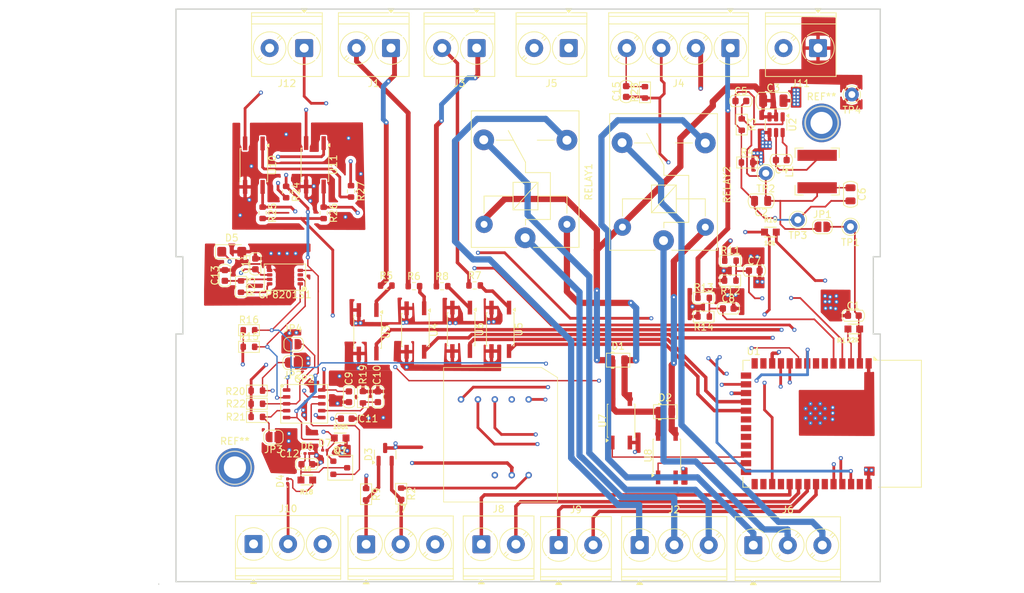
<source format=kicad_pcb>
(kicad_pcb (version 20241229) (generator "pcbnew") (generator_version "9.0")
  (layers (0 "F.Cu" signal) (4 "In1.Cu" signal) (6 "In2.Cu" signal) (2 "B.Cu" signal) (13 "F.Paste" user) (15 "B.Paste" user) (5 "F.SilkS" user "F.Silkscreen") (7 "B.SilkS" user "B.Silkscreen") (1 "F.Mask" user) (3 "B.Mask" user) (25 "Edge.Cuts" user))
  (net 0 "")
  (net 1 "GND")
  (net 2 "+3.3V")
  (net 3 "/BOARD/ANAG_0-32-IN")
  (net 4 "/BOARD/ANAG_0-10-IN")
  (net 5 "/BOARD/IN_mA-ANAG")
  (net 6 "/BOARD/RELAY1_COS")
  (net 7 "/BOARD/RELAY1_NC")
  (net 8 "/BOARD/RELAY1_NO")
  (net 9 "/BOARD/RELAY2_COS")
  (net 10 "/BOARD/RELA2_NO")
  (net 11 "/BOARD/RELAY2_NC")
  (net 12 "/BOARD/RS-485B")
  (net 13 "/BOARD/RS-485A")
  (net 14 "/BOARD/OUT_4-20mA-ANAG")
  (net 15 "/BOARD/IN_NPN2")
  (net 16 "/BOARD/IN_NPN1")
  (net 17 "/BOARD/IN-PNP2")
  (net 18 "/BOARD/IN-PNP1")
  (net 19 "/BOARD/IN_DIGITAL_1")
  (net 20 "VCC")
  (net 21 "Net-(U2-BST)")
  (net 22 "Net-(U2-SW)")
  (net 23 "Net-(R8-Pad2)")
  (net 24 "Net-(R7-Pad2)")
  (net 25 "Net-(U9-B)")
  (net 32 "Net-(R6-Pad2)")
  (net 33 "Net-(R5-Pad2)")
  (net 37 "Net-(U1-EN)")
  (net 39 "/BOARD/OUTPUT_NPN1")
  (net 41 "/BOARD/INPUT_NPN/OUTPUT_NPN1")
  (net 42 "/BOARD/INPUT_PNP/OUTPUT-PNP2")
  (net 44 "/BOARD/INPUT_NPN/OUTPUT_NPN2")
  (net 46 "/BOARD/OUTPUT-PNP1")
  (net 47 "/BOARD/OUTPUT_NPN2")
  (net 49 "Net-(U2-FB)")
  (net 50 "/BOARD/INPUT_PNP/OUTPUT-PNP1")
  (net 51 "Net-(JP1-A)")
  (net 52 "/BOARD/RS485-DRIVER/UART-IN")
  (net 53 "/BOARD/RS485-DRIVER/UART-OUT")
  (net 54 "/BOARD/OUTPUT-PNP2")
  (net 55 "Net-(D2-A)")
  (net 56 "Net-(D1-A)")
  (net 57 "/BOARD/RELAY-SETUP/ACT_RELAY2")
  (net 58 "/BOARD/RELAY-SETUP/ACT_RELAY1")
  (net 59 "Net-(U9-A)")
  (net 60 "/BOARD/RS485-DRIVER/~{TX}{slash}RX")
  (net 62 "/BOARD/~{RUN}{slash}STOP")
  (net 63 "/BOARD/VOLTAGE entrada/ANAG_0-10-OUT")
  (net 64 "/BOARD/VOLTAGE entrada/ANAG_0-32-OUT")
  (net 65 "Net-(GP2-V5V)")
  (net 66 "Net-(GP2-SET)")
  (net 67 "Net-(D4-A)")
  (net 68 "/BOARD/salida mA/SDA_OUT")
  (net 69 "Net-(GP2-A0)")
  (net 70 "i_out")
  (net 71 "Net-(GP2-A1)")
  (net 72 "Net-(GP2-A2)")
  (net 73 "/BOARD/salida mA/SCLK_OUT")
  (net 75 "/ANAG_V-OUT")
  (net 76 "Net-(D7-A2)")
  (net 77 "Net-(D6-A1)")
  (net 78 "Net-(GP8201S1-SEL)")
  (net 79 "/BOARD/ANAG_VOL-OUT")
  (net 80 "Net-(GP8201S1-V5V)")
  (net 82 "/BOARD/IN_DIGITAL_0")
  (net 83 "Net-(R24-Pad2)")
  (net 84 "/BOARD/DIG_IN/OUT_DIGITAL_0")
  (net 85 "/BOARD/DIG_IN/OUT_DIGITAL_1")
  (net 86 "Net-(R27-Pad2)")
  (footprint "PCM_Capacitor_SMD_AKL:C_0603_1608Metric" (layer "F.Cu") (at 167.155202 74.873061 90)
    (property "Reference" "C15")
    (property "Value" "100nF" (hide yes))
  )
  (footprint "PCM_Resistor_SMD_AKL:R_0603_1608Metric" (layer "F.Cu") (at 113.665 120.142)
    (property "Reference" "R22")
    (property "Value" "10k" (hide yes))
  )
  (footprint "PCM_4ms_Resistor:R_0603" (layer "F.Cu") (at 125.73 125.095)
    (property "Reference" "R17")
    (property "Value" "100k")
  )
  (footprint "Package_SO:SO-4_4.4x3.6mm_P2.54mm" (layer "F.Cu") (at 166.4208 122.6054 90)
    (property "Reference" "U7")
    (property "Value" "LTV-357TB")
  )
  (footprint "Diode_SMD:D_SMF" (layer "F.Cu") (at 110.0311 98.0928)
    (property "Reference" "D5")
    (property "Value" "SMF24A")
  )
  (footprint "PCM_Resistor_SMD_AKL:R_0603_1608Metric" (layer "F.Cu") (at 169.8752 74.993 90)
    (property "Reference" "R28")
    (property "Value" "120" (hide yes))
  )
  (footprint "PCM_Resistor_SMD_AKL:R_0603_1608Metric" (layer "F.Cu") (at 129.032 119.189 90)
    (property "Reference" "R19")
    (property "Value" "2.5k" (hide yes))
  )
  (footprint "Connector_Pin:Pin_D1.0mm_L10.0mm" (layer "F.Cu") (at 192.024 93.472)
    (property "Reference" "TP3")
    (property "Value" "TestPoint")
  )
  (footprint "Inductor_SMD:L_Bourns-SRN6028" (layer "F.Cu") (at 194.818 86.4738 -90)
    (property "Reference" "L1")
    (property "Value" "6.8uH")
  )
  (footprint "PCM_Capacitor_SMD_AKL:C_0603_1608Metric" (layer "F.Cu") (at 200.0634 107.3658)
    (property "Reference" "C1")
    (property "Value" "1uF" (hide yes))
  )
  (footprint "Resistor_SMD:R_0603_1608Metric" (layer "F.Cu") (at 117.9068 89.4466 -90)
    (property "Reference" "R24")
    (property "Value" "910")
  )
  (footprint "PCM_Resistor_SMD_AKL:R_0603_1608Metric" (layer "F.Cu") (at 112.522 109.474)
    (property "Reference" "R16")
    (property "Value" "4.7k" (hide yes))
  )
  (footprint "TerminalBlock_Phoenix:TerminalBlock_Phoenix_PT-1,5-2-5.0-H_1x02_P5.00mm_Horizontal" (layer "F.Cu") (at 145.502 68.5775 180)
    (property "Reference" "J3")
    (property "Value" "IN-PNP")
  )
  (footprint "PCM_Capacitor_SMD_AKL:C_0603_1608Metric" (layer "F.Cu") (at 131.191 119.126 90)
    (property "Reference" "C10")
    (property "Value" "220pF" (hide yes))
  )
  (footprint "MountingHole:MountingHole_3.2mm_M3_DIN965_Pad" (layer "F.Cu") (at 195.453 79.4258)
    (property "Reference" "REF**")
    (property "Value" "MountingHole_3.2mm_M3_DIN965_Pad")
  )
  (footprint "Jumper:SolderJumper-2_P1.3mm_Open_RoundedPad1.0x1.5mm" (layer "F.Cu") (at 116.078 124.968 180)
    (property "Reference" "JP3")
    (property "Value" "SolderJumper_2_Open")
  )
  (footprint "PCM_4ms_Resistor:R_0603" (layer "F.Cu") (at 120.904 131.191)
    (property "Reference" "R18")
    (property "Value" "15")
  )
  (footprint "TerminalBlock_Phoenix:TerminalBlock_Phoenix_PT-1,5-3-5.0-H_1x03_P5.00mm_Horizontal" (layer "F.Cu") (at 185.5724 140.6398)
    (property "Reference" "J6")
    (property "Value" "IN-RELAY-2")
  )
  (footprint "PCM_Resistor_SMD_AKL:R_0603_1608Metric" (layer "F.Cu") (at 182.235 102.28 180)
    (property "Reference" "R12")
    (property "Value" "16k" (hide yes))
  )
  (footprint "PCM_Resistor_SMD_AKL:R_0603_1608Metric" (layer "F.Cu") (at 111.3736 103.1528 -90)
    (property "Reference" "R23")
    (property "Value" "10k" (hide yes))
  )
  (footprint "TerminalBlock_Phoenix:TerminalBlock_Phoenix_PT-1,5-2-5.0-H_1x02_P5.00mm_Horizontal" (layer "F.Cu") (at 146.1808 140.5128)
    (property "Reference" "J8")
    (property "Value" "OUT-NPN")
  )
  (footprint "Diode_SMD:D_0201_0603Metric" (layer "F.Cu") (at 118.11 131.354 90)
    (property "Reference" "D4")
    (property "Value" "1N4007")
  )
  (footprint "RF_Module:ESP32-S3-WROOM-1" (layer "F.Cu") (at 197.0152 123.0376 -90)
    (property "Reference" "U1")
    (property "Value" "ESP32-S3-WROOM-1")
  )
  (footprint "Package_SO:SO-4_4.4x3.6mm_P2.54mm" (layer "F.Cu") (at 173.0502 127.66 90)
    (property "Reference" "U8")
    (property "Value" "LTV-357TB")
  )
  (footprint "Resistor_SMD:R_0603_1608Metric" (layer "F.Cu") (at 127.3048 89.345 -90)
    (property "Reference" "R27")
    (property "Value" "910")
  )
  (footprint "Resistor_SMD:R_0603_1608Metric" (layer "F.Cu") (at 123.3424 92.4682 -90)
    (property "Reference" "R26")
    (property "Value" "412")
  )
  (footprint "Connector_Pin:Pin_D1.0mm_L10.0mm" (layer "F.Cu") (at 199.8472 75.311)
    (property "Reference" "TP4")
    (property "Value" "TestPoint")
  )
  (footprint "PCM_Resistor_SMD_AKL:R_0603_1608Metric" (layer "F.Cu") (at 112.522 111.887)
    (property "Reference" "R15")
    (property "Value" "4.7k" (hide yes))
  )
  (footprint "PCM_Capacitor_SMD_AKL:C_0603_1608Metric" (layer "F.Cu") (at 109.0336 101.5378 90)
    (property "Reference" "C13")
    (property "Value" "1uF" (hide yes))
  )
  (footprint "PCM_Capacitor_SMD_AKL:C_0805_2012Metric" (layer "F.Cu") (at 186.7052 90.7288 180)
    (property "Reference" "C2")
    (property "Value" "22uF" (hide yes))
  )
  (footprint "Connector_Pin:Pin_D1.0mm_L10.0mm" (layer "F.Cu") (at 199.644 94.488)
    (property "Reference" "TP1")
    (property "Value" "TestPoint")
  )
  (footprint "Package_SO:SO-4_4.4x3.6mm_P2.54mm" (layer "F.Cu") (at 122.0724 85.4968 -90)
    (property "Reference" "U11")
    (property "Value" "LTV-357TB")
  )
  (footprint "PCM_Diode_SMD_AKL:D_0805_2012Metric" (layer "F.Cu") (at 165.989 113.8174)
    (property "Reference" "D1")
    (property "Value" "CD4148WS" (hide yes))
  )
  (footprint "PCM_Resistor_SMD_AKL:R_0603_1608Metric" (layer "F.Cu") (at 129.4892 133.2484 -90)
    (property "Reference" "R9")
    (property "Value" "120" (hide yes))
  )
  (footprint "Jumper:SolderJumper-2_P1.3mm_Open_RoundedPad1.0x1.5mm" (layer "F.Cu") (at 118.857 114.173 180)
    (property "Reference" "JP2")
    (property "Value" "SolderJumper_2_Open")
  )
  (footprint "PCM_Resistor_SMD_AKL:R_0603_1608Metric" (layer "F.Cu") (at 184.6712 85.1662)
    (property "Reference" "R4")
    (property "Value" "22k" (hide yes))
  )
  (footprint "PCM_Package_SO_AKL:OnSemi_Micro8" (layer "F.Cu") (at 117.7386 101.7778 180)
    (property "Reference" "GP8201S1")
    (property "Value" "~" (hide yes))
  )
  (footprint "PCM_Capacitor_SMD_AKL:C_0805_2012Metric" (layer "F.Cu") (at 199.644 89.7788 -90)
    (property "Reference" "C6")
    (property "Value" "22uF" (hide yes))
  )
  (footprint "PCM_Diode_SMD_AKL:D_0805_2012Metric" (layer "F.Cu") (at 172.8216 121.285)
    (property "Reference" "D2")
    (property "Value" "CD4148WS" (hide yes))
  )
  (footprint "TerminalBlock_Phoenix:TerminalBlock_Phoenix_PT-1,5-3-5.0-H_1x03_P5.00mm_Horizontal" (layer "F.Cu") (at 129.493 140.5128)
    (property "Reference" "J7")
    (property "Value" "RS485")
  )
  (footprint "PCM_Capacitor_SMD_AKL:C_0603_1608Metric" (layer "F.Cu") (at 120.904 128.905)
    (property "Reference" "C12")
    (property "Value" "0.1uF" (hide yes))
  )
  (footprint "Resistor_SMD:R_0603_1608Metric" (layer "F.Cu") (at 132.41 103.01)
    (property "Reference" "R5")
    (property "Value" "910")
  )
  (footprint "PCM_4ms_Resistor:R_0603" (layer "F.Cu") (at 200.1266 109.2962 180)
    (property "Reference" "R1")
    (property "Value" "22K")
  )
  (footprint "Jumper:SolderJumper-2_P1.3mm_Open_RoundedPad1.0x1.5mm" (layer "F.Cu") (at 195.58 94.488)
    (property "Reference" "JP1")
    (property "Value" "SolderJumper_2_Open")
  )
  (footprint "TerminalBlock_Phoenix:TerminalBlock_Phoenix_PT-1,5-3-5.0-H_1x03_P5.00mm_Horizontal" (layer "F.Cu") (at 113.19 140.4645)
    (property "Reference" "J10")
    (property "Value" "OUT-ANALOG")
  )
  (footprint "Resistor_SMD:R_0603_1608Metric" (layer "F.Cu") (at 145.2118 102.9848)
    (property "Reference" "R7")
    (property "Value" "910")
  )
  (footprint "PCM_4ms_Resistor:R_0603" (layer "F.Cu") (at 188.048 95.25 180)
    (property "Reference" "R10")
    (property "Value" "10k")
  )
  (footprint "TerminalBlock_Phoenix:TerminalBlock_Phoenix_PT-1,5-2-5.0-H_1x02_P5.00mm_Horizontal" (layer "F.Cu") (at 133.096 68.58 180)
    (property "Reference" "J1")
    (property "Value" "IN-NPN")
  )
  (footprint "PCM_Resistor_SMD_AKL:R_0603_1608Metric" (layer "F.Cu") (at 113.665 118.237)
    (property "Reference" "R20")
    (property "Value" "10k" (hide yes))
  )
  (footprint "Relay_THT:Relay_SPDT_SANYOU_SRD_Series_Form_C" (layer "F.Cu") (at 152.527 96.0792 90)
    (property "Reference" "RELAY1")
    (property "Value" "SANYOU_SRD_Form_C")
  )
  (footprint "PCM_Capacitor_SMD_AKL:C_0603_1608Metric" (layer "F.Cu") (at 183.769 76.2508)
    (property "Reference" "C5")
    (property "Value" "100PF" (hide yes))
  )
  (footprint "Package_SO:SO-4_4.4x3.6mm_P2.54mm" (layer "F.Cu") (at 113.2332 85.5476 -90)
    (property "Reference" "U10")
    (property "Value" "LTV-357TB")
  )
  (footprint "PCM_Resistor_SMD_AKL:R_0603_1608Metric" (layer "F.Cu") (at 182.255 99.4)
    (property "Reference" "R11")
    (property "Value" "51k" (hide yes))
  )
  (footprint "TerminalBlock_Phoenix:TerminalBlock_Phoenix_PT-1,5-4-5.0-H_1x04_P5.00mm_Horizontal" (layer "F.Cu") (at 182.245 68.58 180)
    (property "Reference" "J4")
    (property "Value" "IN-ANALOG")
  )
  (footprint "PCM_Capacitor_SMD_AKL:C_1206_3216Metric" (layer "F.Cu") (at 188.468 76.2)
    (property "Reference" "C3")
    (property "Value" "10uF" (hide yes))
  )
  (footprint "PCM_Resistor_SMD_AKL:R_0603_1608Metric" (layer "F.Cu") (at 178.38 104.785)
    (property "Reference" "R13")
    (property "Value" "51k" (hide yes))
  )
  (footprint "Resistor_SMD:R_0603_1608Metric" (layer "F.Cu") (at 114.5032 92.456 -90)
    (property "Reference" "R25")
    (property "Value" "412")
  )
  (footprint "Resistor_SMD:R_0603_1608Metric" (layer "F.Cu") (at 136.415 103.09)
    (property "Reference" "R6")
    (property "Value" "910")
  )
  (footprint "Resistor_SMD:R_0603_1608Metric" (layer "F.Cu") (at 140.492 103.0986)
    (property "Reference" "R8")
    (property "Value" "910")
  )
  (footprint "TerminalBlock_Phoenix:TerminalBlock_Phoenix_PT-1,5-2-5.0-H_1x02_P5.00mm_Horizontal" (layer "F.Cu") (at 194.945 68.58 180)
    (property "Reference" "J11")
    (property "Value" "POWER")
  )
  (footprint "PCM_Resistor_SMD_AKL:R_0603_1608Metric" (layer "F.Cu") (at 134.5692 133.1854 -90)
    (property "Reference" "R2")
    (property "Value" "120" (hide yes))
  )
  (footprint "PCM_Package_TO_SOT_SMD_AKL:SOT-23" (layer "F.Cu") (at 125.746 129.413)
    (property "Reference" "Q1")
    (property "Value" "AO3401A" (hide yes))
  )
  (footprint "Jumper:SolderJumper-2_P1.3mm_Open_RoundedPad1.0x1.5mm" (layer "F.Cu") (at 118.984 111.506)
    (property "Reference" "JP4")
    (property "Value" "SolderJumper_2_Open")
  )
  (footprint "Package_TO_SOT_SMD:SOT-23" (layer "F.Cu") (at 132.2476 127.4849 90)
    (property "Reference" "D3")
    (property "Value" "SM712_SOT23")
  )
  (footprint "TerminalBlock_Phoenix:TerminalBlock_Phoenix_PT-1,5-2-5.0-H_1x02_P5.00mm_Horizontal" (layer "F.Cu") (at 158.837 68.5775 180)
    (property "Reference" "J5")
    (property "Value" "IN-DIGITAL")
  )
  (footprint "Relay_THT:Relay_SPDT_SANYOU_SRD_Series_Form_C" (layer "F.Cu") (at 172.5676 96.4856 90)
    (property "Reference" "RELAY2")
    (property "Value" "SANYOU_SRD_Form_C")
  )
  (footprint "PCM_Resistor_SMD_AKL:R_0603_1608Metric" (layer "F.Cu") (at 113.665 122.047)
    (property "Reference" "R21")
    (property "Value" "10k" (hide yes))
  )
  (footprint "Package_TO_SOT_SMD:TSOT-23-6" (layer "F.Cu") (at 188.8689 79.69 -90)
    (property "Reference" "U2")
    (property "Value" "AP63200WU")
  )
  (footprint "PCM_Capacitor_SMD_AKL:C_0603_1608Metric" (layer "F.Cu") (at 127 119.126 -90)
    (property "Reference" "C9")
    (property "Value" "1uF" (hide yes))
  )
  (footprint "TerminalBlock_Phoenix:TerminalBlock_Phoenix_PT-1,5-2-5.0-H_1x02_P5.00mm_Horizontal" (layer "F.Cu") (at 157.3822 140.6144)
    (property "Reference" "J9")
    (property "Value" "OUT-PNP")
  )
  (footprint "PCM_Capacitor_SMD_AKL:C_0603_1608Metric" (layer "F.Cu") (at 185.715 100.84)
    (property "Reference" "C7")
    (property "Value" "100nF" (hide yes))
  )
  (footprint "TerminalBlock_Phoenix:TerminalBlock_Phoenix_PT-1,5-2-5.0-H_1x02_P5.00mm_Horizontal" (layer "F.Cu") (at 120.523 68.58 180)
    (property "Reference" "J12")
    (property "Value" "IN-RUN/STOP")
  )
  (footprint "Package_SO:SO-4_4.4x3.6mm_P2.54mm" (layer "F.Cu") (at 143.256 109.3474 -90)
    (property "Reference" "U6")
    (property "Value" "LTV-357TB")
  )
  (footprint "Diode_SMD:D_0201_0603Metric" (layer "F.Cu") (at 120.9675 127.34)
    (property "Reference" "D6")
    (property "Value" "SMF24A")
  )
  (footprint "PCM_Resistor_SMD_AKL:R_0603_1608Metric" (layer "F.Cu") (at 178.38 107.505 180)
    (property "Reference" "R14")
    (property "Value" "16k" (hide yes))
  )
  (footprint "PCM_Capacitor_SMD_AKL:C_0603_1608Metric" (layer "F.Cu") (at 189.624 84.8106 180)
    (property "Reference" "C4")
    (property "Value" "100nF" (hide yes))
  )
  (footprint "Diode_SMD:D_0201_0603Metric" (layer "F.Cu") (at 123.52 126.87)
    (property "Reference" "D7")
    (property "Value" "SMF24A")
  )
  (footprint "TerminalBlock_Phoenix:TerminalBlock_Phoenix_PT-1,5-3-5.0-H_1x03_P5.00mm_Horizontal" (layer "F.Cu") (at 169.117 140.6144)
    (property "Reference" "J2")
    (property "Value" "IN-RELAY-1")
  )
  (footprint "PCM_Capacitor_SMD_AKL:C_0603_1608Metric" (layer "F.Cu") (at 113.4536 99.8678 90)
    (property "Reference" "C14")
    (property "Value" "100nF" (hide yes))
  )
  (footprint "PCM_Resistor_SMD_AKL:R_0603_1608Metric" (layer "F.Cu") (at 183.896 79.6676 -90)
    (property "Reference" "R3")
    (property "Value" "22k" (hide yes))
  )
  (footprint "Package_SO:SO-4_4.4x3.6mm_P2.54mm" (layer "F.Cu") (at 136.6266 109.4486 -90)
    (property "Reference" "U4")
    (property "Value" "LTV-357TB")
  )
  (footprint "PCM_Capacitor_SMD_AKL:C_0603_1608Metric" (layer "F.Cu") (at 181.94 106.33)
    (property "Reference" "C8")
    (property "Value" "100nF" (hide yes))
  )
  (footprint "PCM_Package_SO_AKL:SSOP-10_3.9x4.9mm_P1.00mm" (layer "F.Cu") (at 120.523 120.142)
    (property "Reference" "GP2")
    (property "Value" "~" (hide yes))
  )
  (footprint "MountingHole:MountingHole_3.2mm_M3_DIN965_Pad" (layer "F.Cu") (at 110.49 129.3622)
    (property "Reference" "REF**")
    (property "Value" "MountingHole_3.2mm_M3_DIN965_Pad")
  )
  (footprint "Connector_Pin:Pin_D1.0mm_L10.0mm" (layer "F.Cu") (at 187.3758 86.7156)
    (property "Reference" "TP2")
    (property "Value" "TestPoint")
  )
  (footprint "RSM3485ECHT:RSM3485ECHT" (layer "F.Cu") (at 140.715 124.627 -90)
    (property "Reference" "U9" (hide yes))
    (property "Value" "~")
  )
  (footprint "Package_SO:SO-4_4.4x3.6mm_P2.54mm" (layer "F.Cu") (at 148.9202 109.347 -90)
    (property "Reference" "U5")
    (property "Value" "LTV-357TB")
  )
  (footprint "Package_SO:SO-4_4.4x3.6mm_P2.54mm" (layer "F.Cu") (at 129.7115 109.7026 -90)
    (property "Reference" "U3")
    (property "Value" "LTV-357TB")
  )
  (footprint "PCM_Capacitor_SMD_AKL:C_0603_1608Metric" (layer "F.Cu") (at 126.619 122.301)
    (property "Reference" "C11")
    (property "Value" "1uF" (hide yes))
  )
  (gr_line (start 102.953 106.9258) (end 102.953 101.9258) (stroke (width 0.2)) (layer "Edge.Cuts"))
  (gr_line (start 99.453006 146.275783) (end 99.453 146.275783) (stroke (width 0.2)) (layer "Edge.Cuts"))
  (gr_circle (center 195.453 79.4258) (end 195.453 80.8258) (stroke (width 0.2)) (fill no) (layer "Edge.Cuts"))
  (gr_line (start 102.953 110.0258) (end 102.953 106.9258) (stroke (width 0.2)) (layer "Edge.Cuts"))
  (gr_line (start 202.953 110.0258) (end 202.953 106.9258) (stroke (width 0.2)) (layer "Edge.Cuts"))
  (gr_line (start 202.953 101.9258) (end 202.953 98.8258) (stroke (width 0.2)) (layer "Edge.Cuts"))
  (gr_line (start 202.953 106.9258) (end 202.953 101.9258) (stroke (width 0.2)) (layer "Edge.Cuts"))
  (gr_line (start 203.953 145.9258) (end 203.953 110.0258) (stroke (width 0.2)) (layer "Edge.Cuts"))
  (gr_line (start 101.953 62.9258) (end 101.953 98.8258) (stroke (width 0.2)) (layer "Edge.Cuts"))
  (gr_circle (center 110.452999 129.4258) (end 110.452999 130.8258) (stroke (width 0.2)) (fill no) (layer "Edge.Cuts"))
  (gr_line (start 102.953 98.8258) (end 101.953 98.8258) (stroke (width 0.2)) (layer "Edge.Cuts"))
  (gr_line (start 202.953 98.8258) (end 203.953 98.8258) (stroke (width 0.2)) (layer "Edge.Cuts"))
  (gr_line (start 101.953 110.0258) (end 101.953 145.9258) (stroke (width 0.2)) (layer "Edge.Cuts"))
  (gr_line (start 203.953 110.0258) (end 202.953 110.0258) (stroke (width 0.2)) (layer "Edge.Cuts"))
  (gr_line (start 203.953 62.9258) (end 101.953 62.9258) (stroke (width 0.2)) (layer "Edge.Cuts"))
  (gr_line (start 102.953 101.9258) (end 102.953 98.8258) (stroke (width 0.2)) (layer "Edge.Cuts"))
  (gr_circle (center 195.5 79.4) (end 195.5 81.8) (stroke (width 0.2)) (fill no) (layer "Edge.Cuts"))
  (gr_circle (center 195.453 79.4258) (end 195.453 81.8258) (stroke (width 0.2)) (fill no) (layer "Edge.Cuts"))
  (gr_line (start 203.953 98.8258) (end 203.953 62.9258) (stroke (width 0.2)) (layer "Edge.Cuts"))
  (gr_line (start 101.953 145.9258) (end 203.953 145.9258) (stroke (width 0.2)) (layer "Edge.Cuts"))
  (gr_circle (center 110.452999 129.4258) (end 110.452999 131.8258) (stroke (width 0.2)) (fill no) (layer "Edge.Cuts"))
  (gr_circle (center 195.5 79.4) (end 195.5 80.8) (stroke (width 0.2)) (fill no) (layer "Edge.Cuts"))
  (gr_line (start 101.953 110.0258) (end 102.953 110.0258) (stroke (width 0.2)) (layer "Edge.Cuts"))
  (segment (start 132.2476 126.5474) (end 133.6502 126.5474) (width 0.5) (layer "F.Cu") (net 1))
  (segment (start 115.1636 99.8728) (end 115.1636 100.4528) (width 0.25) (layer "F.Cu") (net 1))
  (segment (start 185.8214 85.4914) (end 185.4962 85.1662) (width 0.2) (layer "F.Cu") (net 1))
  (segment (start 122.562 122.142) (end 123.073 122.142) (width 0.4) (layer "F.Cu") (net 1))
  (segment (start 122.2 121.78) (end 122.562 122.142) (width 0.4) (layer "F.Cu") (net 1))
  (segment (start 133.7564 126.4412) (end 137.5156 126.4412) (width 0.5) (layer "F.Cu") (net 1))
  (segment (start 109.0336 100.7628) (end 110.3136 100.7628) (width 0.25) (layer "F.Cu") (net 1))
  (segment (start 169.8752 74.168) (end 167.225141 74.168) (width 0.2) (layer "F.Cu") (net 1))
  (segment (start 167.155202 68.669798) (end 167.245 68.58) (width 0.2) (layer "F.Cu") (net 1))
  (segment (start 121.285 128.511) (end 121.679 128.905) (width 0.2) (layer "F.Cu") (net 1))
  (segment (start 133.6502 126.5474) (end 133.7564 126.4412) (width 0.5) (layer "F.Cu") (net 1))
  (segment (start 133.7564 126.4412) (end 133.7564 125.8824) (width 0.5) (layer "F.Cu") (net 1))
  (segment (start 111.2036 99.8728) (end 115.1636 99.8728) (width 0.25) (layer "F.Cu") (net 1))
  (segment (start 110.3136 100.7628) (end 111.2036 99.8728) (width 0.25) (layer "F.Cu") (net 1))
  (segment (start 121.285 127.254) (end 121.285 128.511) (width 0.2) (layer "F.Cu") (net 1))
  (segment (start 167.155202 74.098061) (end 167.155202 68.669798) (width 0.2) (layer "F.Cu") (net 1))
  (segment (start 115.1636 100.4528) (end 115.5136 100.8028) (width 0.25) (layer "F.Cu") (net 1))
  (segment (start 167.225141 74.168) (end 167.155202 74.098061) (width 0.2) (layer "F.Cu") (net 1))
  (via (at 128.016 108.4834) (size 0.6) (drill 0.3) (layers "F.Cu" "B.Cu") (net 1))
  (via (at 142.4432 108.4326) (size 0.6) (drill 0.3) (layers "F.Cu" "B.Cu") (net 1))
  (via (at 191.516 76.2) (size 0.6) (drill 0.3) (layers "F.Cu" "B.Cu") (net 1))
  (via (at 191.516 75.184) (size 0.6) (drill 0.3) (layers "F.Cu" "B.Cu") (net 1))
  (via (at 197.612 105.3592) (size 0.6) (drill 0.3) (layers "F.Cu" "B.Cu") (net 1))
  (via (at 118.32 124.46) (size 0.6) (drill 0.3) (layers "F.Cu" "B.Cu") (net 1))
  (via (at 201.89 129.7) (size 0.6) (drill 0.3) (layers "F.Cu" "B.Cu") (net 1))
  (via (at 135.3566 114.8334) (size 0.6) (drill 0.3) (layers "F.Cu" "B.Cu") (net 1))
  (via (at 122.3 127.61) (size 0.6) (drill 0.3) (layers "F.Cu" "B.Cu") (net 1))
  (via (at 135.3312 108.331) (size 0.6) (drill 0.3) (layers "F.Cu" "B.Cu") (net 1))
  (via (at 128.7272 86.8172) (size 0.6) (drill 0.3) (layers "F.Cu" "B.Cu") (net 1))
  (via (at 118.37 126.85) (size 0.6) (drill 0.3) (layers "F.Cu" "B.Cu") (net 1))
  (via (at 111.252 92.8116) (size 0.6) (drill 0.3) (layers "F.Cu" "B.Cu") (net 1))
  (via (at 186.944 82.804) (size 0.6) (drill 0.3) (layers "F.Cu" "B.Cu") (net 1))
  (via (at 186.944 82.296) (size 0.6) (drill 0.3) (layers "F.Cu" "B.Cu") (net 1))
  (via (at 196.596 105.3338) (size 0.6) (drill 0.3) (layers "F.Cu" "B.Cu") (net 1))
  (via (at 128.6764 108.4326) (size 0.6) (drill 0.3) (layers "F.Cu" "B.Cu") (net 1))
  (via (at 121.92 88.5952) (size 0.6) (drill 0.3) (layers "F.Cu" "B.Cu") (net 1))
  (via (at 186.69 83.82) (size 0.6) (drill 0.3) (layers "F.Cu" "B.Cu") (net 1))
  (via (at 186.16 98.8) (size 0.6) (drill 0.3) (layers "F.Cu" "B.Cu") (net 1))
  (via (at 185.674 83.82) (size 0.6) (drill 0.3) (layers "F.Cu" "B.Cu") (net 1))
  (via (at 191.516 76.708) (size 0.6) (drill 0.3) (layers "F.Cu" "B.Cu") (net 1))
  (via (at 196.0372 106.299) (size 0.6) (drill 0.3) (layers "F.Cu" "B.Cu") (net 1))
  (via (at 134.8486 108.4072) (size 0.6) (drill 0.3) (layers "F.Cu" "B.Cu") (net 1))
  (via (at 118.39 109.91) (size 0.6) (drill 0.3) (layers "F.Cu" "B.Cu") (net 1))
  (via (at 133.7564 126.4412) (size 0.6) (drill 0.3) (layers "F.Cu" "B.Cu") (net 1))
  (via (at 187.452 82.296) (size 0.6) (drill 0.3) (layers "F.Cu" "B.Cu") (net 1))
  (via (at 129.88 122.21) (size 0.6) (drill 0.3) (layers "F.Cu" "B.Cu") (net 1))
  (via (at 147.2692 108.331) (size 0.6) (drill 0.3) (layers "F.Cu" "B.Cu") (net 1))
  (via (at 186.944 81.28) (size 0.6) (drill 0.3) (layers "F.Cu" "B.Cu") (net 1))
  (via (at 186.944 81.788) (size 0.6) (drill 0.3) (layers "F.Cu" "B.Cu") (net 1))
  (via (at 183.01 104.36) (size 0.6) (drill 0.3) (layers "F.Cu" "B.Cu") (net 1))
  (via (at 192.024 75.692) (size 0.6) (drill 0.3) (layers "F.Cu" "B.Cu") (net 1))
  (via (at 119.39 109.83) (size 0.6) (drill 0.3) (layers "F.Cu" "B.Cu") (net 1))
  (via (at 202.7 129.76) (size 0.6) (drill 0.3) (layers "F.Cu" "B.Cu") (net 1))
  (via (at 117.9068 81.0768) (size 0.6) (drill 0.3) (layers "F.Cu" "B.Cu") (net 1))
  (via (at 197.0532 122.4026) (size 0.6) (drill 0.3) (layers "F.Cu" "B.Cu") (net 1))
  (via (at 122.2 121.78) (size 0.6) (drill 0.3) (layers "F.Cu" "B.Cu") (net 1))
  (via (at 126.76 126.95) (size 0.6) (drill 0.3) (layers "F.Cu" "B.Cu") (net 1))
  (via (at 191.516 75.692) (size 0.6) (drill 0.3) (layers "F.Cu" "B.Cu") (net 1))
  (via (at 196.6976 104.648) (size 0.6) (drill 0.3) (layers "F.Cu" "B.Cu") (net 1))
  (via (at 187.96 82.296) (size 0.6) (drill 0.3) (layers "F.Cu" "B.Cu") (net 1))
  (via (at 187.96 82.804) (size 0.6) (drill 0.3) (layers "F.Cu" "B.Cu") (net 1))
  (via (at 186.944 80.772) (size 0.6) (drill 0.3) (layers "F.Cu" "B.Cu") (net 1))
  (via (at 133.7564 125.8824) (size 0.6) (drill 0.3) (layers "F.Cu" "B.Cu") (net 1))
  (via (at 122.92 128.64) (size 0.6) (drill 0.3) (layers "F.Cu" "B.Cu") (net 1))
  (via (at 168.4274 127.127) (size 0.6) (drill 0.3) (layers "F.Cu" "B.Cu") (net 1))
  (via (at 118.28 125.55) (size 0.6) (drill 0.3) (layers "F.Cu" "B.Cu") (net 1))
  (via (at 119.2784 98.3488) (size 0.6) (drill 0.3) (layers "F.Cu" "B.Cu") (net 1))
  (via (at 181.28 100.84) (size 0.6) (drill 0.3) (layers "F.Cu" "B.Cu") (net 1))
  (via (at 197.5866 104.521) (size 0.6) (drill 0.3) (layers "F.Cu" "B.Cu") (net 1))
  (via (at 126.492 93.0656) (size 0.6) (drill 0.3) (layers "F.Cu" "B.Cu") (net 1))
  (via (at 186.16 102.43) (size 0.6) (drill 0.3) (layers "F.Cu" "B.Cu") (net 1))
  (via (at 126.03 127.3) (size 0.6) (drill 0.3) (layers "F.Cu" "B.Cu") (net 1))
  (via (at 147.955 108.2548) (size 0.6) (drill 0.3) (layers "F.Cu" "B.Cu") (net 1))
  (via (at 112.8776 85.6996) (size 0.6) (drill 0.3) (layers "F.Cu" "B.Cu") (net 1))
  (via (at 112.5728 90.5764) (size 0.6) (drill 0.3) (layers "F.Cu" "B.Cu") (net 1))
  (via (at 181.86 104.39) (size 0.6) (drill 0.3) (layers "F.Cu" "B.Cu") (net 1))
  (via (at 187.452 82.804) (size 0.6) (drill 0.3) (layers "F.Cu" "B.Cu") (net 1))
  (via (at 185.2 98.76) (size 0.6) (drill 0.3) (layers "F.Cu" "B.Cu") (net 1))
  (via (at 197.0786 120.6754) (size 0.6) (drill 0.3) (layers "F.Cu" "B.Cu") (net 1))
  (via (at 192.024 75.184) (size 0.6) (drill 0.3) (layers "F.Cu" "B.Cu") (net 1))
  (via (at 176.75 106.05) (size 0.6) (drill 0.3) (layers "F.Cu" "B.Cu") (net 1))
  (via (at 186.69 85.344) (size 0.6) (drill 0.3) (layers "F.Cu" "B.Cu") (net 1))
  (via (at 126.9492 81.6356) (size 0.6) (drill 0.3) (layers "F.Cu" "B.Cu") (net 1))
  (via (at 191.516 74.676) (size 0.6) (drill 0.3) (layers "F.Cu" "B.Cu") (net 1))
  (via (at 120.39 121.05) (size 0.6) (drill 0.3) (layers "F.Cu" "B.Cu") (net 1))
  (via (at 192.024 76.2) (size 0.6) (drill 0.3) (layers "F.Cu" "B.Cu") (net 1))
  (via (at 121.09 113.56) (size 0.6) (drill 0.3) (layers "F.Cu" "B.Cu") (net 1))
  (via (at 121.11 114.27) (size 0.6) (drill 0.3) (layers "F.Cu" "B.Cu") (net 1))
  (via (at 186.87 102.47) (size 0.6) (drill 0.3) (layers "F.Cu" "B.Cu") (net 1))
  (via (at 195.9864 105.3338) (size 0.6) (drill 0.3) (layers "F.Cu" "B.Cu") (net 1))
  (via (at 175.4124 129.54) (size 0.6) (drill 0.3) (layers "F.Cu" "B.Cu") (net 1))
  (via (at 192.024 74.676) (size 0.6) (drill 0.3) (layers "F.Cu" "B.Cu") (net 1))
  (via (at 186.69 84.836) (size 0.6) (drill 0.3) (layers "F.Cu" "B.Cu") (net 1))
  (via (at 186.182 83.82) (size 0.6) (drill 0.3) (layers "F.Cu" "B.Cu") (net 1))
  (via (at 120.52 121.77) (size 0.6) (drill 0.3) (layers "F.Cu" "B.Cu") (net 1))
  (via (at 116.8908 98.3488) (size 0.6) (drill 0.3) (layers "F.Cu" "B.Cu") (net 1))
  (via (at 118.0592 98.3488) (size 0.6) (drill 0.3) (layers "F.Cu" "B.Cu") (net 1))
  (via (at 196.7738 106.2482) (size 0.6) (drill 0.3) (layers "F.Cu" "B.Cu") (net 1))
  (via (at 125.63 116.14) (size 0.6) (drill 0.3) (layers "F.Cu" "B.Cu") (net 1))
  (via (at 141.6304 108.4326) (size 0.6) (drill 0.3) (layers "F.Cu" "B.Cu") (net 1))
  (via (at 131.98 122.15) (size 0.6) (drill 0.3) (layers "F.Cu" "B.Cu") (net 1))
  (via (at 125.35 120.09) (size 0.6) (drill 0.3) (layers "F.Cu" "B.Cu") (net 1))
  (via (at 192.024 76.708) (size 0.6) (drill 0.3) (layers "F.Cu" "B.Cu") (net 1))
  (via (at 195.961 104.521) (size 0.6) (drill 0.3) (layers "F.Cu" "B.Cu") (net 1))
  (via (at 197.485 106.3498) (size 0.6) (drill 0.3) (layers "F.Cu" "B.Cu") (net 1))
  (via (at 121.412 90.7288) (size 0.6) (drill 0.3) (layers "F.Cu" "B.Cu") (net 1))
  (via (at 115.7224 98.3488) (size 0.6) (drill 0.3) (layers "F.Cu" "B.Cu") (net 1))
  (via (at 126.07 126.53) (size 0.6) (drill 0.3) (layers "F.Cu" "B.Cu") (net 1))
  (via (at 186.69 84.328) (size 0.6) (drill 0.3) (layers "F.Cu" "B.Cu") (net 1))
  (via (at 197.0786 121.4882) (size 0.6) (drill 0.3) (layers "F.Cu" "B.Cu") (net 1))
  (via (at 128.3716 114.9858) (size 0.6) (drill 0.3) (layers "F.Cu" "B.Cu") (net 1))
  (segment (start 111.633 111.951) (end 111.697 111.887) (width 0.4) (layer "F.Cu") (net 2))
  (segment (start 194.5328 102.28) (end 188.898 96.6452) (width 0.4) (layer "F.Cu") (net 2))
  (segment (start 153.035 119.507) (end 155.4226 119.507) (width 0.4) (layer "F.Cu") (net 2))
  (segment (start 200.9766 109.2962) (end 200.9766 114.259) (width 0.5) (layer "F.Cu") (net 2))
  (segment (start 195.97 102.28) (end 194.5328 102.28) (width 0.4) (layer "F.Cu") (net 2))
  (segment (start 120.0912 93.281) (end 124.6632 97.853) (width 0.4) (layer "F.Cu") (net 2))
  (segment (start 124.6632 97.853) (end 124.6632 107.3404) (width 0.4) (layer "F.Cu") (net 2))
  (segment (start 199.644 94.488) (end 200.28 95.124) (width 0.25) (layer "F.Cu") (net 2))
  (segment (start 200.28 95.124) (end 200.28 106.8074) (width 0.25) (layer "F.Cu") (net 2))
  (segment (start 200.28 106.8074) (end 200.8384 107.3658) (width 0.25) (layer "F.Cu") (net 2))
  (segment (start 120.0912 93.281) (end 123.3302 93.281) (width 0.4) (layer "F.Cu") (net 2))
  (segment (start 200.9766 114.259) (end 201.0052 114.2876) (width 0.2) (layer "F.Cu") (net 2))
  (segment (start 111.633 114.427) (end 111.633 111.951) (width 0.4) (layer "F.Cu") (net 2))
  (segment (start 200.8384 109.158) (end 200.9766 109.2962) (width 0.2) (layer "F.Cu") (net 2))
  (segment (start 111.697 109.474) (end 111.697 111.887) (width 0.2) (layer "F.Cu") (net 2))
  (segment (start 200.8384 107.3658) (end 200.8384 109.158) (width 0.2) (layer "F.Cu") (net 2))
  (segment (start 123.3302 93.281) (end 123.3424 93.2932) (width 0.4) (layer "F.Cu") (net 2))
  (segment (start 196.23 94.488) (end 199.644 94.488) (width 0.25) (layer "F.Cu") (net 2))
  (segment (start 155.4226 119.507) (end 155.448 119.5324) (width 0.4) (layer "F.Cu") (net 2))
  (segment (start 114.5032 93.281) (end 120.0912 93.281) (width 0.4) (layer "F.Cu") (net 2))
  (segment (start 188.898 96.6452) (end 188.898 95.25) (width 0.4) (layer "F.Cu") (net 2))
  (via (at 111.633 114.427) (size 0.6) (drill 0.3) (layers "F.Cu" "B.Cu") (net 2))
  (via (at 124.6632 107.3404) (size 0.6) (drill 0.3) (layers "F.Cu" "B.Cu") (net 2))
  (via (at 195.97 102.28) (size 0.6) (drill 0.3) (layers "F.Cu" "B.Cu") (net 2))
  (via (at 155.448 119.5324) (size 0.6) (drill 0.3) (layers "F.Cu" "B.Cu") (net 2))
  (segment (start 181.88 77.64) (end 181.9 77.62) (width 0.7) (layer "F.Cu") (net 3))
  (segment (start 177.555 99.065) (end 181.88 94.74) (width 0.7) (layer "F.Cu") (net 3))
  (segment (start 177.555 104.785) (end 177.555 99.065) (width 0.7) (layer "F.Cu") (net 3))
  (segment (start 181.88 94.74) (end 181.88 77.64) (width 0.7) (layer "F.Cu") (net 3))
  (via (at 181.9 77.62) (size 0.6) (drill 0.3) (layers "F.Cu" "B.Cu") (net 3))
  (segment (start 181.85 77.57) (end 181.85 68.975) (width 0.7) (layer "B.Cu") (net 3))
  (segment (start 181.85 68.975) (end 182.245 68.58) (width 0.7) (layer "B.Cu") (net 3))
  (segment (start 181.9 77.62) (end 181.85 77.57) (width 0.7) (layer "B.Cu") (net 3))
  (segment (start 181.43 99.4) (end 181.43 97.34) (width 0.7) (layer "F.Cu") (net 4))
  (segment (start 177.95 74.44) (end 177.95 69.285) (width 0.7) (layer "F.Cu") (net 4))
  (segment (start 177.95 69.285) (end 177.245 68.58) (width 0.7) (layer "F.Cu") (net 4))
  (segment (start 181.43 97.34) (end 182.26 96.51) (width 0.7) (layer "F.Cu") (net 4))
  (via (at 177.95 74.44) (size 0.6) (drill 0.3) (layers "F.Cu" "B.Cu") (net 4))
  (via (at 182.26 96.51) (size 0.6) (drill 0.3) (layers "F.Cu" "B.Cu") (net 4))
  (segment (start 167.155202 75.648061) (end 169.705261 75.648061) (width 0.4) (layer "F.Cu") (net 5))
  (segment (start 172.245 73.2358) (end 172.245 68.58) (width 0.4) (layer "F.Cu") (net 5))
  (segment (start 172.0352 75.818) (end 172.6692 75.184) (width 0.4) (layer "F.Cu") (net 5))
  (segment (start 172.0352 75.818) (end 172.0352 83.8972) (width 0.4) (layer "F.Cu") (net 5))
  (segment (start 169.705261 75.648061) (end 169.8752 75.818) (width 0.4) (layer "F.Cu") (net 5))
  (segment (start 172.0352 83.8972) (end 173.2788 85.1408) (width 0.4) (layer "F.Cu") (net 5))
  (segment (start 199.6948 129.8956) (end 199.6948 131.7472) (width 0.4) (layer "F.Cu") (net 5))
  (segment (start 199.6948 131.7472) (end 199.7352 131.7876) (width 0.4) (layer "F.Cu") (net 5))
  (segment (start 169.8752 75.818) (end 172.0352 75.818) (width 0.4) (layer "F.Cu") (net 5))
  (segment (start 172.6692 73.66) (end 172.245 73.2358) (width 0.4) (layer "F.Cu") (net 5))
  (segment (start 172.6692 75.184) (end 172.6692 73.66) (width 0.4) (layer "F.Cu") (net 5))
  (via (at 173.2788 85.1408) (size 0.6) (drill 0.3) (layers "F.Cu" "B.Cu") (net 5))
  (via (at 199.6948 129.8956) (size 0.6) (drill 0.3) (layers "F.Cu" "B.Cu") (net 5))
  (via (at 180.6956 113.3856) (size 0.6) (drill 0.3) (layers "F.Cu" "B.Cu") (net 5))
  (segment (start 182.2704 127.7112) (end 184.4548 129.8956) (width 0.4) (layer "B.Cu") (net 5))
  (segment (start 180.6956 113.3856) (end 180.2994 113.7818) (width 0.4) (layer "B.Cu") (net 5))
  (segment (start 180.2994 125.7402) (end 182.2704 127.7112) (width 0.4) (layer "B.Cu") (net 5))
  (segment (start 180.2994 113.7818) (end 180.2994 125.7402) (width 0.4) (layer "B.Cu") (net 5))
  (segment (start 184.4548 129.8956) (end 199.6948 129.8956) (width 0.4) (layer "B.Cu") (net 5))
  (segment (start 160.7136 127.9476) (end 160.7644 127.9476) (width 0.9) (layer "B.Cu") (net 6))
  (segment (start 168.580951 133.7056) (end 169.493049 133.7056) (width 0.9) (layer "B.Cu") (net 6))
  (segment (start 152.527 96.0792) (end 160.401 103.9532) (width 0.9) (layer "B.Cu") (net 6))
  (segment (start 166.471602 133.7056) (end 166.9288 133.7056) (width 0.9) (layer "B.Cu") (net 6))
  (segment (start 174.0408 133.7056) (end 174.117 133.7818) (width 0.9) (layer "B.Cu") (net 6))
  (segment (start 160.401 127.635) (end 160.7136 127.9476) (width 0.9) (layer "B.Cu") (net 6))
  (segment (start 169.493049 133.7056) (end 174.0408 133.7056) (width 0.9) (layer "B.Cu") (net 6))
  (segment (start 174.117 133.7818) (end 174.117 140.6144) (width 0.9) (layer "B.Cu") (net 6))
  (segment (start 166.2684 133.5024) (end 166.471602 133.7056) (width 0.9) (layer "B.Cu") (net 6))
  (segment (start 166.9288 133.7056) (end 167.383699 133.7056) (width 0.9) (layer "B.Cu") (net 6))
  (segment (start 160.7644 127.9476) (end 166.2684 133.4516) (width 0.9) (layer "B.Cu") (net 6))
  (segment (start 166.2684 133.4516) (end 166.2684 133.5024) (width 0.9) (layer "B.Cu") (net 6))
  (segment (start 167.383699 133.7056) (end 168.580951 133.7056) (width 0.9) (layer "B.Cu") (net 6))
  (segment (start 160.401 103.9532) (end 160.401 127.635) (width 0.9) (layer "B.Cu") (net 6))
  (segment (start 174.65805 132.6134) (end 177.165 132.6134) (width 0.9) (layer "B.Cu") (net 7))
  (segment (start 161.8146 127.2706) (end 167.1486 132.6046) (width 0.9) (layer "B.Cu") (net 7))
  (segment (start 179.117 134.5654) (end 179.117 140.6144) (width 0.9) (layer "B.Cu") (net 7))
  (segment (start 146.527 81.8792) (end 152.8826 88.2348) (width 0.9) (layer "B.Cu") (net 7))
  (segment (start 152.8826 92.7608) (end 161.8146 101.6928) (width 0.9) (layer "B.Cu") (net 7))
  (segment (start 177.165 132.6134) (end 179.117 134.5654) (width 0.9) (layer "B.Cu") (net 7))
  (segment (start 167.1486 132.6046) (end 174.64925 132.6046) (width 0.9) (layer "B.Cu") (net 7))
  (segment (start 174.649249 132.6046) (end 174.65805 132.6134) (width 0.9) (layer "B.Cu") (net 7))
  (segment (start 161.8146 101.6928) (end 161.8146 127.2706) (width 0.9) (layer "B.Cu") (net 7))
  (segment (start 152.8826 88.2348) (end 152.8826 92.7608) (width 0.9) (layer "B.Cu") (net 7))
  (segment (start 174.64925 132.6046) (end 174.649249 132.6046) (width 0.9) (layer "B.Cu") (net 7))
  (segment (start 159.3 128.09105) (end 159.3 128.091049) (width 0.9) (layer "B.Cu") (net 8))
  (segment (start 159.1818 127.97285) (end 166.01555 134.8066) (width 0.9) (layer "B.Cu") (net 8))
  (segment (start 155.4894 78.8416) (end 145.5674 78.8416) (width 0.9) (layer "B.Cu") (net 8))
  (segment (start 166.015552 134.8066) (end 166.92765 134.806601) (width 0.9) (layer "B.Cu") (net 8))
  (segment (start 159.3 128.0072) (end 159.3 128.09105) (width 0.9) (layer "B.Cu") (net 8))
  (segment (start 165.167402 133.958454) (end 165.30674 134.097791) (width 0.9) (layer "B.Cu") (net 8))
  (segment (start 165.30674 134.097791) (end 165.370599 134.16165) (width 0.9) (layer "B.Cu") (net 8))
  (segment (start 142.367 82.042) (end 142.367 96.5962) (width 0.9) (layer "B.Cu") (net 8))
  (segment (start 159.1818 127.889) (end 159.3 128.0072) (width 0.9) (layer "B.Cu") (net 8))
  (segment (start 160.257551 129.0486) (end 160.25755 129.0486) (width 0.9) (layer "B.Cu") (net 8))
  (segment (start 147.3708 99.2124) (end 159.1818 111.0234) (width 0.9) (layer "B.Cu") (net 8))
  (segment (start 169.037 140.5344) (end 169.117 140.6144) (width 0.9) (layer "B.Cu") (net 8))
  (segment (start 166.01555 134.806601) (end 166.015552 134.8066) (width 0.9) (layer "B.Cu") (net 8))
  (segment (start 165.167402 133.958452) (end 165.167402 133.958454) (width 0.9) (layer "B.Cu") (net 8))
  (segment (start 165.370599 134.16165) (end 165.370599 134.161649) (width 0.9) (layer "B.Cu") (net 8))
  (segment (start 166.01555 134.8066) (end 166.01555 134.806601) (width 0.9) (layer "B.Cu") (net 8))
  (segment (start 165.1674 133.95845) (end 165.167402 133.958452) (width 0.9) (layer "B.Cu") (net 8))
  (segment (start 166.01555 134.8066) (end 167.3352 134.8066) (width 0.9) (layer "B.Cu") (net 8))
  (segment (start 159.3 128.09105) (end 159.6126 128.403649) (width 0.9) (layer "B.Cu") (net 8))
  (segment (start 166.927651 134.8066) (end 169.037 134.8066) (width 0.9) (layer "B.Cu") (net 8))
  (segment (start 142.367 96.5962) (end 144.9832 99.2124) (width 0.9) (layer "B.Cu") (net 8))
  (segment (start 159.6126 128.403649) (end 160.257551 129.0486) (width 0.9) (layer "B.Cu") (net 8))
  (segment (start 165.370599 134.16165) (end 166.01555 134.8066) (width 0.9) (layer "B.Cu") (net 8))
  (segment (start 158.577 81.9292) (end 155.4894 78.8416) (width 0.9) (layer "B.Cu") (net 8))
  (segment (start 145.5674 78.8416) (end 142.367 82.042) (width 0.9) (layer "B.Cu") (net 8))
  (segment (start 144.9832 99.2124) (end 147.3708 99.2124) (width 0.9) (layer "B.Cu") (net 8))
  (segment (start 159.1818 111.0234) (end 159.1818 127.889) (width 0.9) (layer "B.Cu") (net 8))
  (segment (start 165.1674 133.95845) (end 165.1674 133.958449) (width 0.9) (layer "B.Cu") (net 8))
  (segment (start 166.92765 134.806601) (end 166.927651 134.8066) (width 0.9) (layer "B.Cu") (net 8))
  (segment (start 159.1818 127.0508) (end 159.1818 127.97285) (width 0.9) (layer "B.Cu") (net 8))
  (segment (start 169.037 134.8066) (end 169.037 140.5344) (width 0.9) (layer "B.Cu") (net 8))
  (segment (start 177.2158 128.4986) (end 187.071 138.3538) (width 0.9) (layer "B.Cu") (net 9))
  (segment (start 172.6946 128.4986) (end 177.2158 128.4986) (width 0.9) (layer "B.Cu") (net 9))
  (segment (start 187.071 138.3538) (end 190.5254 138.3538) (width 0.9) (layer "B.Cu") (net 9))
  (segment (start 190.5254 139.1412) (end 190.5724 139.1882) (width 0.9) (layer "B.Cu") (net 9))
  (segment (start 172.5676 128.3716) (end 172.6946 128.4986) (width 0.9) (layer "B.Cu") (net 9))
  (segment (start 190.5724 139.1882) (end 190.5724 140.6398) (width 0.9) (layer "B.Cu") (net 9))
  (segment (start 190.5254 138.3538) (end 190.5254 139.1412) (width 0.9) (layer "B.Cu") (net 9))
  (segment (start 172.5676 96.4856) (end 172.5676 128.3716) (width 0.9) (layer "B.Cu") (net 9))
  (segment (start 165.9382 79.0448) (end 163.576 81.407) (width 0.9) (layer "B.Cu") (net 10))
  (segment (start 164.5412 95.14762) (end 164.5412 128.0922) (width 0.9) (layer "B.Cu") (net 10))
  (segment (start 185.5724 138.8872) (end 185.5724 140.6398) (width 0.9) (layer "B.Cu") (net 10))
  (segment (start 163.576 81.407) (end 163.576 94.18242) (width 0.9) (layer "B.Cu") (net 10))
  (segment (start 164.5412 128.0922) (end 167.259 130.81) (width 0.9) (layer "B.Cu") (net 10))
  (segment (start 163.576 94.18242) (end 164.5412 95.14762) (width 0.9) (layer "B.Cu") (net 10))
  (segment (start 177.4952 130.81) (end 185.5724 138.8872) (width 0.9) (layer "B.Cu") (net 10))
  (segment (start 175.3268 79.0448) (end 165.9382 79.0448) (width 0.9) (layer "B.Cu") (net 10))
  (segment (start 167.259 130.81) (end 177.4952 130.81) (width 0.9) (layer "B.Cu") (net 10))
  (segment (start 178.6176 82.3356) (end 175.3268 79.0448) (width 0.9) (layer "B.Cu") (net 10))
  (segment (start 172.212 90.932) (end 175.1672 93.8872) (width 0.9) (layer "B.Cu") (net 11))
  (segment (start 175.1672 123.1988) (end 189.2212 137.2528) (width 0.9) (layer "B.Cu") (net 11))
  (segment (start 195.5724 138.7018) (end 195.5724 140.6398) (width 0.9) (layer "B.Cu") (net 11))
  (segment (start 175.1672 93.8872) (end 175.1672 123.1988) (width 0.9) (layer "B.Cu") (net 11))
  (segment (start 189.2212 137.2528) (end 194.1234 137.2528) (width 0.9) (layer "B.Cu") (net 11))
  (segment (start 166.5676 82.2856) (end 172.212 87.93) (width 0.9) (layer "B.Cu") (net 11))
  (segment (start 194.1234 137.2528) (end 195.5724 138.7018) (width 0.9) (layer "B.Cu") (net 11))
  (segment (start 172.212 87.93) (end 172.212 90.932) (width 0.9) (layer "B.Cu") (net 11))
  (segment (start 133.1976 132.6388) (end 134.5692 134.0104) (width 0.5) (layer "F.Cu") (net 12))
  (segment (start 133.1976 128.4224) (end 133.1976 132.6388) (width 0.5) (layer "F.Cu") (net 12))
  (segment (start 134.5692 134.0104) (end 134.5692 140.4366) (width 0.5) (layer "F.Cu") (net 12))
  (segment (start 134.5692 140.4366) (end 134.493 140.5128) (width 0.5) (layer "F.Cu") (net 12))
  (segment (start 129.4892 134.0734) (end 129.4892 140.509) (width 0.5) (layer "F.Cu") (net 13))
  (segment (start 131.2976 132.265) (end 129.4892 134.0734) (width 0.5) (layer "F.Cu") (net 13))
  (segment (start 131.2976 128.4224) (end 131.2976 132.265) (width 0.5) (layer "F.Cu") (net 13))
  (segment (start 129.4892 140.509) (end 129.493 140.5128) (width 0.5) (layer "F.Cu") (net 13))
  (segment (start 118.19 131.754) (end 118.11 131.674) (width 0.4) (layer "F.Cu") (net 14))
  (segment (start 118.19 140.4645) (end 118.19 131.754) (width 0.4) (layer "F.Cu") (net 14))
  (segment (start 128.072 68.3514) (end 128.0668 68.3566) (width 0.7) (layer "F.Cu") (net 15))
  (segment (start 135.59 77.984635) (end 135.59 103.09) (width 0.7) (layer "F.Cu") (net 15))
  (segment (start 128.096 68.58) (end 128.096 70.490635) (width 0.7) (layer "F.Cu") (net 15))
  (segment (start 128.096 70.490635) (end 135.59 77.984635) (width 0.7) (layer "F.Cu") (net 15))
  (segment (start 132.715 73.406) (end 133.604 72.517) (width 0.7) (layer "F.Cu") (net 16))
  (segment (start 132.41 79.3496) (end 132.41 102.185) (width 0.7) (layer "F.Cu") (net 16))
  (segment (start 133.604 72.517) (end 133.604 69.088) (width 0.7) (layer "F.Cu") (net 16))
  (segment (start 132.41 102.185) (end 131.585 103.01) (width 0.7) (layer "F.Cu") (net 16))
  (segment (start 133.604 69.088) (end 133.096 68.58) (width 0.7) (layer "F.Cu") (net 16))
  (via (at 132.715 73.406) (size 0.6) (drill 0.3) (layers "F.Cu" "B.Cu") (net 16))
  (via (at 132.41 79.3496) (size 0.6) (drill 0.3) (layers "F.Cu" "B.Cu") (net 16))
  (segment (start 131.9784 74.1426) (end 132.715 73.406) (width 0.7) (layer "B.Cu") (net 16))
  (segment (start 131.9784 78.918) (end 131.9784 74.1426) (width 0.7) (layer "B.Cu") (net 16))
  (segment (start 132.41 79.3496) (end 131.9784 78.918) (width 0.7) (layer "B.Cu") (net 16))
  (segment (start 142.72 99.668) (end 144.3868 101.3348) (width 0.5) (layer "F.Cu") (net 17))
  (segment (start 142.72 70.7955) (end 142.72 99.668) (width 0.5) (layer "F.Cu") (net 17))
  (segment (start 144.3868 101.3348) (end 144.3868 102.9848) (width 0.5) (layer "F.Cu") (net 17))
  (segment (start 140.502 68.5775) (end 142.72 70.7955) (width 0.5) (layer "F.Cu") (net 17))
  (segment (start 145.669 68.7445) (end 145.502 68.5775) (width 0.7) (layer "F.Cu") (net 18))
  (segment (start 140.4112 79.0956) (end 139.67 79.8368) (width 0.7) (layer "F.Cu") (net 18))
  (segment (start 139.67 103.0956) (end 139.667 103.0986) (width 0.7) (layer "F.Cu") (net 18))
  (segment (start 139.67 79.8368) (end 139.67 103.0956) (width 0.7) (layer "F.Cu") (net 18))
  (segment (start 145.288 72.898) (end 145.669 72.517) (width 0.7) (layer "F.Cu") (net 18))
  (segment (start 145.669 72.517) (end 145.669 68.7445) (width 0.7) (layer "F.Cu") (net 18))
  (via (at 140.4112 79.0956) (size 0.6) (drill 0.3) (layers "F.Cu" "B.Cu") (net 18))
  (via (at 145.288 72.898) (size 0.6) (drill 0.3) (layers "F.Cu" "B.Cu") (net 18))
  (segment (start 140.4112 76.7588) (end 144.272 72.898) (width 0.7) (layer "B.Cu") (net 18))
  (segment (start 144.272 72.898) (end 145.288 72.898) (width 0.7) (layer "B.Cu") (net 18))
  (segment (start 140.4112 79.0956) (end 140.4112 76.7588) (width 0.7) (layer "B.Cu") (net 18))
  (segment (start 120.8024 82.3468) (end 120.8024 77.5208) (width 0.4) (layer "F.Cu") (net 19))
  (via (at 120.8024 77.5208) (size 0.6) (drill 0.3) (layers "F.Cu" "B.Cu") (net 19))
  (segment (start 121.0564 91.7712) (end 121.0564 92.3544) (width 0.4) (layer "F.Cu") (net 20))
  (segment (start 175.006 81.661) (end 179.705 76.962) (width 0.9) (layer "F.Cu") (net 20))
  (segment (start 175.006 85.7498) (end 175.006 81.661) (width 0.9) (layer "F.Cu") (net 20))
  (segment (start 117.9068 88.6216) (end 121.0564 91.7712) (width 0.4) (layer "F.Cu") (net 20))
  (segment (start 121.0564 100.1268) (end 121.7324 100.8028) (width 0.2) (layer "F.Cu") (net 20))
  (segment (start 165.1508 120.7008) (end 165.1508 119.4554) (width 0.9) (layer "F.Cu") (net 20))
  (segment (start 185.8264 74.1426) (end 186.993 75.3092) (width 0.9) (layer "F.Cu") (net 20))
  (segment (start 127.254 88.4692) (end 127.3048 88.52) (width 0.4) (layer "F.Cu") (net 20))
  (segment (start 122.55 103.886) (end 122.55 115.67) (width 0.2) (layer "F.Cu") (net 20))
  (segment (start 120.142 125.095) (end 120.142 122.809) (width 0.2) (layer "F.Cu") (net 20))
  (segment (start 165.0515 113.8174) (end 165.1508 113.9167) (width 0.9) (layer "F.Cu") (net 20))
  (segment (start 162.941 113.8174) (end 162.9156 113.792) (width 0.9) (layer "F.Cu") (net 20))
  (segment (start 117.9068 88.6216) (end 117.9068 86.9696) (width 0.4) (layer "F.Cu") (net 20))
  (segment (start 120.142 122.809) (end 119.475 122.142) (width 0.2) (layer "F.Cu") (net 20))
  (segment (start 121.7324 100.8028) (end 122.55 101.6204) (width 0.2) (layer "F.Cu") (net 20))
  (segment (start 149.571 90.4494) (end 145.9166 94.1038) (width 0.9) (layer "F.Cu") (net 20))
  (segment (start 179.705 76.327) (end 181.8894 74.1426) (width 0.9) (layer "F.Cu") (net 20))
  (segment (start 119.475 122.142) (end 119.475 121.265) (width 0.2) (layer "F.Cu") (net 20))
  (segment (start 171.8841 121.285) (end 165.735 121.285) (width 0.9) (layer "F.Cu") (net 20))
  (segment (start 122.55 103.78) (end 122.55 103.886) (width 0.2) (layer "F.Cu") (net 20))
  (segment (start 162.9156 97.8402) (end 175.006 85.7498) (width 0.9) (layer "F.Cu") (net 20))
  (segment (start 171.8841 124.4061) (end 171.7802 124.51) (width 0.9) (layer "F.Cu") (net 20))
  (segment (start 123.19 125.539) (end 122.968 125.317) (width 0.2) (layer "F.Cu") (net 20))
  (segment (start 122.55 115.67) (end 122.15 116.07) (width 0.2) (layer "F.Cu") (net 20))
  (segment (start 171.8841 121.285) (end 171.8841 124.4061) (width 0.9) (layer "F.Cu") (net 20))
  (segment (start 122.55 101.6204) (end 122.55 103.886) (width 0.2) (layer "F.Cu") (net 20))
  (segment (start 181.8894 74.1426) (end 185.8264 74.1426) (width 0.9) (layer "F.Cu") (net 20))
  (segment (start 165.1508 113.9167) (end 165.1508 119.4554) (width 0.9) (layer "F.Cu") (net 20))
  (segment (start 165.0515 113.8174) (end 162.941 113.8174) (width 0.9) (layer "F.Cu") (net 20))
  (segment (start 120.364 125.317) (end 120.142 125.095) (width 0.2) (layer "F.Cu") (net 20))
  (segment (start 179.705 76.962) (end 179.705 76.327) (width 0.9) (layer "F.Cu") (net 20))
  (segment (start 162.9156 103.7336) (end 162.9156 94.9452) (width 0.9) (layer "F.Cu") (net 20))
  (segment (start 119.475 122.142) (end 117.973 122.142) (width 0.2) (layer "F.Cu") (net 20))
  (segment (start 119.475 121.265) (end 119.39 121.18) (width 0.2) (layer "F.Cu") (net 20))
  (segment (start 162.9156 94.9452) (end 158.4198 90.4494) (width 0.9) (layer "F.Cu") (net 20))
  (segment (start 123.19 126.873) (end 123.19 125.539) (width 0.2) (layer "F.Cu") (net 20))
  (segment (start 121.0564 98.9076) (end 121.0564 100.1268) (width 0.2) (layer "F.Cu") (net 20))
  (segment (start 162.9156 103.7336) (end 162.9156 97.8402) (width 0.9) (layer "F.Cu") (net 20))
  (segment (start 186.993 75.3092) (end 186.993 76.2) (width 0.9) (layer "F.Cu") (net 20))
  (segment (start 165.735 121.285) (end 165.1508 120.7008) (width 0.9) (layer "F.Cu") (net 20))
  (segment (start 127.254 84.9884) (end 127.254 88.4692) (width 0.4) (layer "F.Cu") (net 20))
  (segment (start 122.968 125.317) (end 120.364 125.317) (width 0.2) (layer "F.Cu") (net 20))
  (segment (start 158.4198 90.4494) (end 149.571 90.4494) (width 0.9) (layer "F.Cu") (net 20))
  (segment (start 119.9636 100.8028) (end 121.7324 100.8028) (width 0.2) (layer "F.Cu") (net 20))
  (via (at 162.9156 113.792) (size 0.6) (drill 0.3) (layers "F.Cu" "B.Cu") (net 20))
  (via (at 162.9156 103.7336) (size 0.6) (drill 0.3) (layers "F.Cu" "B.Cu") (net 20))
  (via (at 121.0564 98.9076) (size 0.6) (drill 0.3) (layers "F.Cu" "B.Cu") (net 20))
  (via (at 117.9068 86.9696) (size 0.6) (drill 0.3) (layers "F.Cu" "B.Cu") (net 20))
  (via (at 121.0564 92.3544) (size 0.6) (drill 0.3) (layers "F.Cu" "B.Cu") (net 20))
  (via (at 119.39 121.18) (size 0.6) (drill 0.3) (layers "F.Cu" "B.Cu") (net 20))
  (via (at 122.15 116.07) (size 0.6) (drill 0.3) (layers "F.Cu" "B.Cu") (net 20))
  (via (at 127.254 84.9884) (size 0.6) (drill 0.3) (layers "F.Cu" "B.Cu") (net 20))
  (segment (start 122.15 116.07) (end 122.15 115.96) (width 0.2) (layer "B.Cu") (net 20))
  (segment (start 122.15 118.42) (end 122.15 116.07) (width 0.4) (layer "B.Cu") (net 20))
  (segment (start 162.9156 113.792) (end 162.9156 103.7336) (width 0.9) (layer "B.Cu") (net 20))
  (segment (start 121.0564 92.3544) (end 121.0564 98.9076) (width 0.4) (layer "B.Cu") (net 20))
  (segment (start 119.39 121.18) (end 122.15 118.42) (width 0.4) (layer "B.Cu") (net 20))
  (segment (start 121.0564 98.9076) (end 121.0564 98.9584) (width 0.4) (layer "B.Cu") (net 20))
  (segment (start 189.8189 80.8275) (end 189.8189 82.2499) (width 0.25) (layer "F.Cu") (net 21))
  (segment (start 190.399 82.83) (end 190.399 84.8106) (width 0.25) (layer "F.Cu") (net 21))
  (segment (start 189.8189 82.2499) (end 190.399 82.83) (width 0.25) (layer "F.Cu") (net 21))
  (segment (start 194.818 84.5566) (end 194.818 84.1238) (width 0.2) (layer "F.Cu") (net 22))
  (segment (start 188.8689 84.7907) (end 188.849 84.8106) (width 0.25) (layer "F.Cu") (net 22))
  (segment (start 194.818 84.709) (end 194.818 84.1238) (width 0.25) (layer "F.Cu") (net 22))
  (segment (start 193.294 86.233) (end 194.818 84.709) (width 0.25) (layer "F.Cu") (net 22))
  (segment (start 188.849 84.8106) (end 188.849 85.725) (width 0.25) (layer "F.Cu") (net 22))
  (segment (start 188.8689 80.8275) (end 188.8689 84.7907) (width 0.25) (layer "F.Cu") (net 22))
  (segment (start 189.357 86.233) (end 193.294 86.233) (width 0.25) (layer "F.Cu") (net 22))
  (segment (start 188.849 85.725) (end 189.357 86.233) (width 0.25) (layer "F.Cu") (net 22))
  (segment (start 193.3438 84.1238) (end 194.818 84.1238) (width 0.2) (layer "F.Cu") (net 22))
  (segment (start 141.317 103.0986) (end 144.4158 106.1974) (width 0.5) (layer "F.Cu") (net 23))
  (segment (start 144.4158 106.1974) (end 144.526 106.1974) (width 0.5) (layer "F.Cu") (net 23))
  (segment (start 146.0368 102.9848) (end 146.8618 103.8098) (width 0.5) (layer "F.Cu") (net 24))
  (segment (start 146.8618 103.8098) (end 147.803 103.8098) (width 0.5) (layer "F.Cu") (net 24))
  (segment (start 147.803 103.8098) (end 150.1902 106.197) (width 0.5) (layer "F.Cu") (net 24))
  (segment (start 153.035 130.487) (end 151.1616 132.3604) (width 0.4) (layer "F.Cu") (net 25))
  (segment (start 151.1616 132.3604) (end 134.5692 132.3604) (width 0.4) (layer "F.Cu") (net 25))
  (segment (start 137.24 103.09) (end 137.2738 103.1238) (width 0.5) (layer "F.Cu") (net 32))
  (segment (start 137.2738 103.1238) (end 137.2738 104.0061) (width 0.5) (layer "F.Cu") (net 32))
  (segment (start 137.2738 104.0061) (end 137.8966 104.6289) (width 0.5) (layer "F.Cu") (net 32))
  (segment (start 137.8966 104.6289) (end 137.8966 106.2986) (width 0.5) (layer "F.Cu") (net 32))
  (segment (start 133.235 103.01) (end 130.9815 105.2635) (width 0.5) (layer "F.Cu") (net 33))
  (segment (start 130.9815 105.2635) (end 130.9815 106.5526) (width 0.5) (layer "F.Cu") (net 33))
  (segment (start 199.2766 109.2962) (end 199.2766 110.9608) (width 0.2) (layer "F.Cu") (net 37))
  (segment (start 199.2766 110.9608) (end 199.7352 111.4194) (width 0.2) (layer "F.Cu") (net 37))
  (segment (start 199.7352 111.4194) (end 199.7352 114.2876) (width 0.2) (layer "F.Cu") (net 37))
  (segment (start 190.8556 133.35) (end 190.8556 131.798) (width 0.5) (layer "F.Cu") (net 39))
  (segment (start 146.1808 133.8034) (end 146.6342 133.35) (width 0.5) (layer "F.Cu") (net 39))
  (segment (start 190.8556 131.798) (end 190.8452 131.7876) (width 0.5) (layer "F.Cu") (net 39))
  (segment (start 146.6342 133.35) (end 190.8556 133.35) (width 0.5) (layer "F.Cu") (net 39))
  (segment (start 146.1808 140.5128) (end 146.1808 133.8034) (width 0.5) (layer "F.Cu") (net 39))
  (segment (start 130.9815 111.4615) (end 130.9815 112.8526) (width 0.5) (layer "F.Cu") (net 41))
  (segment (start 188.3052 112.9048) (end 188.3052 114.2876) (width 0.5) (layer "F.Cu") (net 41))
  (segment (start 188.4 112.81) (end 188.3052 112.9048) (width 0.5) (layer "F.Cu") (net 41))
  (segment (start 189.648 109.408) (end 133.035 109.408) (width 0.5) (layer "F.Cu") (net 41))
  (segment (start 189.29 112.635) (end 189.115 112.81) (width 0.5) (layer "F.Cu") (net 41))
  (segment (start 189.66 109.42) (end 189.648 109.408) (width 0.5) (layer "F.Cu") (net 41))
  (segment (start 189.115 112.81) (end 188.4 112.81) (width 0.5) (layer "F.Cu") (net 41))
  (segment (start 133.035 109.408) (end 130.9815 111.4615) (width 0.5) (layer "F.Cu") (net 41))
  (via (at 189.66 109.42) (size 0.6) (drill 0.3) (layers "F.Cu" "B.Cu") (net 41))
  (via (at 189.29 112.635) (size 0.6) (drill 0.3) (layers "F.Cu" "B.Cu") (net 41))
  (segment (start 172.852 111.511) (end 177.546 116.205) (width 0.5) (layer "F.Cu") (net 42))
  (segment (start 179.9336 121.1326) (end 184.5152 121.1326) (width 0.5) (layer "F.Cu") (net 42))
  (segment (start 151.1762 111.511) (end 172.852 111.511) (width 0.5) (layer "F.Cu") (net 42))
  (segment (start 177.546 116.205) (end 177.546 118.745) (width 0.5) (layer "F.Cu") (net 42))
  (segment (start 177.546 118.745) (end 179.9336 121.1326) (width 0.5) (layer "F.Cu") (net 42))
  (segment (start 150.1902 112.497) (end 151.1762 111.511) (width 0.5) (layer "F.Cu") (net 42))
  (segment (start 173.928364 110.58) (end 188.38 110.58) (width 0.5) (layer "F.Cu") (net 44))
  (segment (start 173.457364 110.109) (end 173.928364 110.58) (width 0.5) (layer "F.Cu") (net 44))
  (segment (start 144.804636 110.109) (end 173.457364 110.109) (width 0.5) (layer "F.Cu") (net 44))
  (segment (start 139.9152 110.58) (end 144.333636 110.58) (width 0.5) (layer "F.Cu") (net 44))
  (segment (start 184.4878 118.62) (end 184.5152 118.5926) (width 0.5) (layer "F.Cu") (net 44))
  (segment (start 137.8966 112.5986) (end 139.9152 110.58) (width 0.5) (layer "F.Cu") (net 44))
  (segment (start 144.333636 110.58) (end 144.804636 110.109) (width 0.5) (layer "F.Cu") (net 44))
  (segment (start 182.42 118.62) (end 184.4878 118.62) (width 0.5) (layer "F.Cu") (net 44))
  (via (at 182.42 118.62) (size 0.6) (drill 0.3) (layers "F.Cu" "B.Cu") (net 44))
  (via (at 188.38 110.58) (size 0.6) (drill 0.3) (layers "F.Cu" "B.Cu") (net 44))
  (segment (start 191.146728 135.0416) (end 193.3852 132.803128) (width 0.5) (layer "F.Cu") (net 46))
  (segment (start 193.3852 132.803128) (end 193.3852 131.7876) (width 0.5) (layer "F.Cu") (net 46))
  (segment (start 157.3822 135.5814) (end 157.922 135.0416) (width 0.5) (layer "F.Cu") (net 46))
  (segment (start 157.922 135.0416) (end 191.146728 135.0416) (width 0.5) (layer "F.Cu") (net 46))
  (segment (start 157.3822 140.6144) (end 157.3822 135.5814) (width 0.5) (layer "F.Cu") (net 46))
  (segment (start 151.1808 140.5128) (end 151.1808 135.001) (width 0.5) (layer "F.Cu") (net 47))
  (segment (start 192.1152 133.081764) (end 192.1152 131.7876) (width 0.5) (layer "F.Cu") (net 47))
  (segment (start 151.1808 135.001) (end 151.8412 134.3406) (width 0.5) (layer "F.Cu") (net 47))
  (segment (start 190.856364 134.3406) (end 192.1152 133.081764) (width 0.5) (layer "F.Cu") (net 47))
  (segment (start 151.8412 134.3406) (end 190.856364 134.3406) (width 0.5) (layer "F.Cu") (net 47))
  (segment (start 184.912 74.93) (end 183.388 74.93) (width 0.25) (layer "F.Cu") (net 49))
  (segment (start 182.9178 76.2508) (end 182.626 76.2508) (width 0.2) (layer "F.Cu") (net 49))
  (segment (start 183.388 74.93) (end 182.994 75.324) (width 0.25) (layer "F.Cu") (net 49))
  (segment (start 183.896 80.4926) (end 183.896 80.645) (width 0.2) (layer "F.Cu") (net 49))
  (segment (start 185.674 79.629) (end 185.674 75.692) (width 0.25) (layer "F.Cu") (net 49))
  (segment (start 183.896 80.645) (end 183.8462 80.6948) (width 0.2) (layer "F.Cu") (net 49))
  (segment (start 183.8462 88.8198) (end 183.8462 85.1662) (width 0.25) (layer "F.Cu") (net 49))
  (segment (start 189.8189 78.5525) (end 189.8189 79.5481) (width 0.25) (layer "F.Cu") (net 49))
  (segment (start 182.9054 76.1622) (end 182.994 76.2508) (width 0.2) (layer "F.Cu") (net 49))
  (segment (start 183.896 85.1164) (end 183.8462 85.1662) (width 0.2) (layer "F.Cu") (net 49))
  (segment (start 196.009 91.567) (end 193.929 91.567) (width 0.25) (layer "F.Cu") (net 49))
  (segment (start 193.929 91.567) (end 192.024 93.472) (width 0.25) (layer "F.Cu") (net 49))
  (segment (start 185.674 75.692) (end 184.912 74.93) (width 0.25) (layer "F.Cu") (net 49))
  (segment (start 183.8462 80.6948) (end 183.8462 85.1662) (width 0.2) (layer "F.Cu") (net 49))
  (segment (start 182.994 79.5906) (end 183.896 80.4926) (width 0.2) (layer "F.Cu") (net 49))
  (segment (start 187.198 93.218) (end 188.722 93.218) (width 0.25) (layer "F.Cu") (net 49))
  (segment (start 188.722 93.218) (end 188.849 93.218) (width 0.25) (layer "F.Cu") (net 49))
  (segment (start 196.8472 90.7288) (end 196.009 91.567) (width 0.25) (layer "F.Cu") (net 49))
  (segment (start 182.994 76.2508) (end 182.994 79.5906) (width 0.2) (layer "F.Cu") (net 49))
  (segment (start 185.7552 90.7288) (end 183.8462 88.8198) (width 0.25) (layer "F.Cu") (net 49))
  (segment (start 199.644 90.7288) (end 196.8472 90.7288) (width 0.25) (layer "F.Cu") (net 49))
  (segment (start 185.7552 90.7288) (end 185.7552 91.7752) (width 0.25) (layer "F.Cu") (net 49))
  (segment (start 185.7552 91.7752) (end 187.198 93.218) (width 0.25) (layer "F.Cu") (net 49))
  (segment (start 189.8189 79.5481) (end 189.738 79.629) (width 0.25) (layer "F.Cu") (net 49))
  (segment (start 182.994 75.324) (end 182.994 76.2508) (width 0.25) (layer "F.Cu") (net 49))
  (segment (start 189.738 79.629) (end 185.674 79.629) (width 0.25) (layer "F.Cu") (net 49))
  (segment (start 189.8142 78.5478) (end 190.0064 78.74) (width 0.2) (layer "F.Cu") (net 49))
  (via (at 188.722 93.218) (size 0.6) (drill 0.3) (layers "F.Cu" "B.Cu") (net 49))
  (segment (start 188.976 93.472) (end 192.024 93.472) (width 0.25) (layer "B.Cu") (net 49))
  (segment (start 188.722 93.218) (end 188.976 93.472) (width 0.25) (layer "B.Cu") (net 49))
  (segment (start 184.4898 119.8372) (end 184.5152 119.8626) (width 0.5) (layer "F.Cu") (net 50))
  (segment (start 178.689 116.332) (end 178.689 118.237) (width 0.5) (layer "F.Cu") (net 50))
  (segment (start 145.095 110.81) (end 173.167 110.81) (width 0.5) (layer "F.Cu") (net 50))
  (segment (start 173.167 110.81) (end 178.689 116.332) (width 0.5) (layer "F.Cu") (net 50))
  (segment (start 178.689 118.237) (end 180.2892 119.8372) (width 0.5) (layer "F.Cu") (net 50))
  (segment (start 144.526 111.379) (end 145.095 110.81) (width 0.5) (layer "F.Cu") (net 50))
  (segment (start 180.2892 119.8372) (end 184.4898 119.8372) (width 0.5) (layer "F.Cu") (net 50))
  (segment (start 144.526 112.4974) (end 144.526 111.379) (width 0.5) (layer "F.Cu") (net 50))
  (segment (start 194.93 94.488) (end 194.62 94.798) (width 0.25) (layer "F.Cu") (net 51))
  (segment (start 183.896 78.8426) (end 183.896 76.8988) (width 0.25) (layer "F.Cu") (net 51))
  (segment (start 189.484 94.107) (end 189.484 90.7288) (width 0.25) (layer "F.Cu") (net 51))
  (segment (start 183.896 78.8426) (end 183.9986 78.8426) (width 0.25) (layer "F.Cu") (net 51))
  (segment (start 190.175 94.798) (end 189.484 94.107) (width 0.25) (layer "F.Cu") (net 51))
  (segment (start 194.62 94.798) (end 190.175 94.798) (width 0.25) (layer "F.Cu") (net 51))
  (segment (start 194.1322 90.7288) (end 194.818 90.043) (width 0.25) (layer "F.Cu") (net 51))
  (segment (start 184.658 86.741) (end 185.039 87.122) (width 0.25) (layer "F.Cu") (net 51))
  (segment (start 187.6552 90.7288) (end 189.484 90.7288) (width 0.25) (layer "F.Cu") (net 51))
  (segment (start 183.896 76.8988) (end 184.544 76.2508) (width 0.25) (layer "F.Cu") (net 51))
  (segment (start 194.818 90.043) (end 194.818 88.8238) (width 0.25) (layer "F.Cu") (net 51))
  (segment (start 194.6402 89.0016) (end 194.818 88.8238) (width 0.2) (layer "F.Cu") (net 51))
  (segment (start 184.544 76.2508) (end 184.4294 76.3654) (width 0.2) (layer "F.Cu") (net 51))
  (segment (start 183.9986 78.8426) (end 185.293 80.137) (width 0.25) (layer "F.Cu") (net 51))
  (segment (start 199.639 88.8238) (end 199.644 88.8288) (width 0.2) (layer "F.Cu") (net 51))
  (segment (start 184.658 83.312) (end 184.658 86.741) (width 0.25) (layer "F.Cu") (net 51))
  (segment (start 186.9694 87.122) (end 187.3758 86.7156) (width 0.25) (layer "F.Cu") (net 51))
  (segment (start 185.293 80.137) (end 185.293 82.677) (width 0.25) (layer "F.Cu") (net 51))
  (segment (start 194.818 88.8238) (end 199.639 88.8238) (width 0.2) (layer "F.Cu") (net 51))
  (segment (start 185.039 87.122) (end 186.9694 87.122) (width 0.25) (layer "F.Cu") (net 51))
  (segment (start 187.3758 86.7156) (end 187.3758 90.4494) (width 0.25) (layer "F.Cu") (net 51))
  (segment (start 185.293 82.677) (end 184.658 83.312) (width 0.25) (layer "F.Cu") (net 51))
  (segment (start 189.484 90.7288) (end 194.1322 90.7288) (width 0.25) (layer "F.Cu") (net 51))
  (segment (start 187.3758 90.4494) (end 187.6552 90.7288) (width 0.25) (layer "F.Cu") (net 51))
  (segment (start 149.098 124.587) (end 154.051 124.587) (width 0.4) (layer "F.Cu") (net 52))
  (segment (start 148.135 119.507) (end 148.135 123.624) (width 0.4) (layer "F.Cu") (net 52))
  (segment (start 198.247 131.5694) (end 198.4652 131.7876) (width 0.4) (layer "F.Cu") (net 52))
  (segment (start 198.247 128.016) (end 198.247 131.5694) (width 0.4) (layer "F.Cu") (net 52))
  (segment (start 148.135 123.624) (end 149.098 124.587) (width 0.4) (layer "F.Cu") (net 52))
  (via (at 154.051 124.587) (size 0.6) (drill 0.3) (layers "F.Cu" "B.Cu") (net 52))
  (via (at 198.247 128.016) (size 0.6) (drill 0.3) (layers "F.Cu" "B.Cu") (net 52))
  (segment (start 145.685 123.587) (end 148.082 125.984) (width 0.4) (layer "F.Cu") (net 53))
  (segment (start 197.231 131.7518) (end 197.1952 131.7876) (width 0.4) (layer "F.Cu") (net 53))
  (segment (start 148.082 125.984) (end 154.305 125.984) (width 0.4) (layer "F.Cu") (net 53))
  (segment (start 145.685 119.507) (end 145.685 123.587) (width 0.4) (layer "F.Cu") (net 53))
  (segment (start 197.231 128.905) (end 197.231 131.7518) (width 0.4) (layer "F.Cu") (net 53))
  (via (at 197.231 128.905) (size 0.6) (drill 0.3) (layers "F.Cu" "B.Cu") (net 53))
  (via (at 154.305 125.984) (size 0.6) (drill 0.3) (layers "F.Cu" "B.Cu") (net 53))
  (segment (start 162.3822 140.6144) (end 162.3822 136.6266) (width 0.5) (layer "F.Cu") (net 54))
  (segment (start 192.2476 135.7426) (end 194.6552 133.335) (width 0.5) (layer "F.Cu") (net 54))
  (segment (start 194.6552 133.335) (end 194.6552 131.7876) (width 0.5) (layer "F.Cu") (net 54))
  (segment (start 163.2662 135.7426) (end 192.2476 135.7426) (width 0.5) (layer "F.Cu") (net 54))
  (segment (start 162.3822 136.6266) (end 163.2662 135.7426) (width 0.5) (layer "F.Cu") (net 54))
  (segment (start 173.7591 114.5309) (end 174.0662 114.2238) (width 0.9) (layer "F.Cu") (net 55))
  (segment (start 173.7591 121.285) (end 173.7591 123.9489) (width 0.9) (layer "F.Cu") (net 55))
  (segment (start 174.0662 104.6988) (end 174.0662 99.4638) (width 0.9) (layer "F.Cu") (net 55))
  (segment (start 174.0662 99.4638) (end 178.6176 94.9124) (width 0.9) (layer "F.Cu") (net 55))
  (segment (start 173.7591 121.285) (end 173.7591 114.5309) (width 0.9) (layer "F.Cu") (net 55))
  (segment (start 178.6176 94.9124) (end 178.6176 94.5356) (width 0.9) (layer "F.Cu") (net 55))
  (segment (start 173.7591 123.9489) (end 174.3202 124.51) (width 0.9) (layer "F.Cu") (net 55))
  (via (at 174.0662 114.2238) (size 0.6) (drill 0.3) (layers "F.Cu" "B.Cu") (net 55))
  (via (at 174.0662 104.6988) (size 0.6) (drill 0.3) (layers "F.Cu" "B.Cu") (net 55))
  (segment (start 174.0662 104.6988) (end 174.0662 104.6734) (width 0.9) (layer "B.Cu") (net 55))
  (segment (start 174.0662 114.2238) (end 174.0662 104.6988) (width 0.9) (layer "B.Cu") (net 55))
  (segment (start 166.9265 113.8174) (end 166.9265 118.6911) (width 0.9) (layer "F.Cu") (net 56))
  (segment (start 158.577 103.8654) (end 158.577 94.1292) (width 0.9) (layer "F.Cu") (net 56))
  (segment (start 160.2232 105.5116) (end 158.577 103.8654) (width 0.9) (layer "F.Cu") (net 56))
  (segment (start 167.8432 105.5116) (end 160.2232 105.5116) (width 0.9) (layer "F.Cu") (net 56))
  (segment (start 166.9265 113.8174) (end 168.5036 113.8174) (width 0.9) (layer "F.Cu") (net 56))
  (segment (start 166.9265 118.6911) (end 167.6908 119.4554) (width 0.9) (layer "F.Cu") (net 56))
  (segment (start 168.5036 113.8174) (end 168.5544 113.8682) (width 0.9) (layer "F.Cu") (net 56))
  (via (at 168.5544 113.8682) (size 0.6) (drill 0.3) (layers "F.Cu" "B.Cu") (net 56))
  (via (at 167.8432 105.5116) (size 0.6) (drill 0.3) (layers "F.Cu" "B.Cu") (net 56))
  (segment (start 168.6052 106.2736) (end 168.6052 113.8174) (width 0.9) (layer "B.Cu") (net 56))
  (segment (start 168.6052 113.8174) (end 168.5544 113.8682) (width 0.9) (layer "B.Cu") (net 56))
  (segment (start 167.8432 105.5116) (end 168.6052 106.2736) (width 0.9) (layer "B.Cu") (net 56))
  (segment (start 171.7802 128.7526) (end 184.5152 128.7526) (width 0.2) (layer "F.Cu") (net 57))
  (segment (start 171.7802 130.81) (end 171.7802 128.7526) (width 0.2) (layer "F.Cu") (net 57))
  (segment (start 165.1508 127.8636) (end 165.1508 125.7554) (width 0.2) (layer "F.Cu") (net 58))
  (segment (start 165.1508 127.8636) (end 184.1342 127.8636) (width 0.2) (layer "F.Cu") (net 58))
  (segment (start 184.1342 127.8636) (end 184.5152 127.4826) (width 0.2) (layer "F.Cu") (net 58))
  (segment (start 129.4892 132.4234) (end 129.4892 130.6068) (width 0.5) (layer "F.Cu") (net 59))
  (segment (start 150.585 129.45) (end 150.585 130.487) (width 0.5) (layer "F.Cu") (net 59))
  (segment (start 150.622 129.413) (end 150.585 129.45) (width 0.5) (layer "F.Cu") (net 59))
  (segment (start 129.4892 130.6068) (end 129.54 130.556) (width 0.5) (layer "F.Cu") (net 59))
  (segment (start 136.144 128.7272) (end 149.9362 128.7272) (width 0.5) (layer "F.Cu") (net 59))
  (segment (start 149.9362 128.7272) (end 150.622 129.413) (width 0.5) (layer "F.Cu") (net 59))
  (via (at 129.54 130.556) (size 0.6) (drill 0.3) (layers "F.Cu" "B.Cu") (net 59))
  (via (at 136.144 128.7272) (size 0.6) (drill 0.3) (layers "F.Cu" "B.Cu") (net 59))
  (segment (start 145.013 117.729) (end 155.829 117.729) (width 0.4) (layer "F.Cu") (net 60))
  (segment (start 181.0004 117.39) (end 181.0678 117.3226) (width 0.4) (layer "F.Cu") (net 60))
  (segment (start 181.0678 117.3226) (end 184.5152 117.3226) (width 0.4) (layer "F.Cu") (net 60))
  (segment (start 155.829 117.729) (end 155.956 117.729) (width 0.4) (layer "F.Cu") (net 60))
  (segment (start 143.235 119.507) (end 145.013 117.729) (width 0.4) (layer "F.Cu") (net 60))
  (via (at 181.0004 117.39) (size 0.6) (drill 0.3) (layers "F.Cu" "B.Cu") (net 60))
  (via (at 155.829 117.729) (size 0.6) (drill 0.3) (layers "F.Cu" "B.Cu") (net 60))
  (segment (start 187.89 95.942) (end 187.89 106.496) (width 0.4) (layer "F.Cu") (net 62))
  (segment (start 187.198 121.031) (end 188.3052 122.1382) (width 0.4) (layer "F.Cu") (net 62))
  (segment (start 187.198 117.094) (end 187.198 121.031) (width 0.4) (layer "F.Cu") (net 62))
  (segment (start 121.539 76.581) (end 123.698 76.581) (width 0.4) (layer "F.Cu") (net 62))
  (segment (start 187.89 106.496) (end 187.198 107.188) (width 0.4) (layer "F.Cu") (net 62))
  (segment (start 120.523 75.565) (end 121.539 76.581) (width 0.4) (layer "F.Cu") (net 62))
  (segment (start 120.523 68.58) (end 120.523 75.565) (width 0.4) (layer "F.Cu") (net 62))
  (segment (start 184.404 95.25) (end 187.198 95.25) (width 0.4) (layer "F.Cu") (net 62))
  (segment (start 188.3052 122.1382) (end 188.3052 131.7876) (width 0.4) (layer "F.Cu") (net 62))
  (segment (start 187.198 95.25) (end 187.89 95.942) (width 0.4) (layer "F.Cu") (net 62))
  (via (at 123.698 76.581) (size 0.6) (drill 0.3) (layers "F.Cu" "B.Cu") (net 62))
  (via (at 187.198 117.094) (size 0.6) (drill 0.3) (layers "F.Cu" "B.Cu") (net 62))
  (via (at 187.198 107.188) (size 0.6) (drill 0.3) (layers "F.Cu" "B.Cu") (net 62))
  (via (at 184.404 95.25) (size 0.6) (drill 0.3) (layers "F.Cu" "B.Cu") (net 62))
  (segment (start 191.04 104.81) (end 192.37 104.81) (width 0.25) (layer "F.Cu") (net 63))
  (segment (start 185.7 104.74) (end 185.81 104.85) (width 0.25) (layer "F.Cu") (net 63))
  (segment (start 183.08 99.4) (end 183.08 100.87) (width 0.25) (layer "F.Cu") (net 63))
  (segment (start 183.08 100.87) (end 183.08 102.26) (width 0.25) (layer "F.Cu") (net 63))
  (segment (start 183.11 100.9) (end 183.08 100.87) (width 0.25) (layer "F.Cu") (net 63))
  (segment (start 184.94 100.84) (end 184.88 100.9) (width 0.25) (layer "F.Cu") (net 63))
  (segment (start 184.94 100.84) (end 184.94 103.98) (width 0.25) (layer "F.Cu") (net 63))
  (segment (start 184.88 100.9) (end 183.11 100.9) (width 0.25) (layer "F.Cu") (net 63))
  (segment (start 185.81 104.85) (end 186.86 104.85) (width 0.25) (layer "F.Cu") (net 63))
  (segment (start 186.86 104.85) (end 186.89 104.85) (width 0.25) (layer "F.Cu") (net 63))
  (segment (start 192.37 104.81) (end 198.4652 110.9052) (width 0.25) (layer "F.Cu") (net 63))
  (segment (start 184.94 103.98) (end 185.7 104.74) (width 0.25) (layer "F.Cu") (net 63))
  (segment (start 183.08 102.26) (end 183.06 102.28) (width 0.25) (layer "F.Cu") (net 63))
  (segment (start 198.4652 110.9052) (end 198.4652 114.2876) (width 0.25) (layer "F.Cu") (net 63))
  (via (at 191.04 104.81) (size 0.6) (drill 0.3) (layers "F.Cu" "B.Cu") (net 63))
  (via (at 186.86 104.85) (size 0.6) (drill 0.3) (layers "F.Cu" "B.Cu") (net 63))
  (segment (start 179.265 106.33) (end 179.205 106.39) (width 0.25) (layer "F.Cu") (net 64))
  (segment (start 181.165 106.33) (end 179.265 106.33) (width 0.25) (layer "F.Cu") (net 64))
  (segment (start 197.1952 110.6828) (end 197.1952 114.2876) (width 0.25) (layer "F.Cu") (net 64))
  (segment (start 181.165 106.33) (end 181.165 107.335) (width 0.25) (layer "F.Cu") (net 64))
  (segment (start 181.165 107.335) (end 181.7292 107.8992) (width 0.25) (layer "F.Cu") (net 64))
  (segment (start 181.7292 107.8992) (end 194.4116 107.8992) (width 0.25) (layer "F.Cu") (net 64))
  (segment (start 179.205 106.39) (end 179.205 104.785) (width 0.25) (layer "F.Cu") (net 64))
  (segment (start 194.4116 107.8992) (end 197.1952 110.6828) (width 0.25) (layer "F.Cu") (net 64))
  (segment (start 179.205 107.505) (end 179.205 106.39) (width 0.25) (layer "F.Cu") (net 64))
  (segment (start 112.84 116.65) (end 115 114.49) (width 0.4) (layer "F.Cu") (net 65))
  (segment (start 123.39 115.13) (end 123.39 117.825) (width 0.4) (layer "F.Cu") (net 65))
  (segment (start 125.336 118.351) (end 125.127 118.142) (width 0.2) (layer "F.Cu") (net 65))
  (segment (start 112.84 122.047) (end 112.84 120.142) (width 0.4) (layer "F.Cu") (net 65))
  (segment (start 123.39 117.825) (end 123.073 118.142) (width 0.4) (layer "F.Cu") (net 65))
  (segment (start 127 118.351) (end 125.336 118.351) (width 0.2) (layer "F.Cu") (net 65))
  (segment (start 125.127 118.142) (end 123.073 118.142) (width 0.2) (layer "F.Cu") (net 65))
  (segment (start 112.84 120.142) (end 112.84 118.237) (width 0.4) (layer "F.Cu") (net 65))
  (segment (start 112.84 118.237) (end 112.84 116.65) (width 0.4) (layer "F.Cu") (net 65))
  (via (at 115 114.49) (size 0.6) (drill 0.3) (layers "F.Cu" "B.Cu") (net 65))
  (via (at 123.39 115.13) (size 0.6) (drill 0.3) (layers "F.Cu" "B.Cu") (net 65))
  (segment (start 129.032 120.014) (end 129.032 120.777) (width 0.2) (layer "F.Cu") (net 66))
  (segment (start 129.032 120.777) (end 128.651 121.158) (width 0.2) (layer "F.Cu") (net 66))
  (segment (start 128.635 121.142) (end 123.073 121.142) (width 0.2) (layer "F.Cu") (net 66))
  (segment (start 128.651 121.158) (end 128.635 121.142) (width 0.2) (layer "F.Cu") (net 66))
  (segment (start 131.191 119.901) (end 129.145 119.901) (width 0.2) (layer "F.Cu") (net 66))
  (segment (start 129.145 119.901) (end 129.032 120.014) (width 0.2) (layer "F.Cu") (net 66))
  (segment (start 119.38 132.842) (end 118.872 132.334) (width 0.2) (layer "F.Cu") (net 67))
  (segment (start 118.634 131.034) (end 118.11 131.034) (width 0.2) (layer "F.Cu") (net 67))
  (segment (start 118.872 131.272) (end 118.634 131.034) (width 0.2) (layer "F.Cu") (net 67))
  (segment (start 120.904 132.842) (end 119.38 132.842) (width 0.2) (layer "F.Cu") (net 67))
  (segment (start 118.872 132.334) (end 118.872 131.272) (width 0.2) (layer "F.Cu") (net 67))
  (segment (start 121.754 131.191) (end 121.754 131.992) (width 0.2) (layer "F.Cu") (net 67))
  (segment (start 121.754 131.992) (end 120.904 132.842) (width 0.2) (layer "F.Cu") (net 67))
  (segment (start 193.3852 112.3548) (end 193.3852 114.2876) (width 0.4) (layer "F.Cu") (net 68))
  (segment (start 115.189 111.461) (end 120.59 106.06) (width 0.2) (layer "F.Cu") (net 68))
  (segment (start 135.69 116.79) (end 163.23 116.79) (width 0.2) (layer "F.Cu") (net 68))
  (segment (start 120.3636 102.1028) (end 120.6646 102.4038) (width 0.2) (layer "F.Cu") (net 68))
  (segment (start 115.189 111.887) (end 115.189 111.461) (width 0.2) (layer "F.Cu") (net 68))
  (segment (start 120.6646 102.4038) (end 120.6646 105.9854) (width 0.2) (layer "F.Cu") (net 68))
  (segment (start 116.586 119.253) (end 117.862 119.253) (width 0.2) (layer "F.Cu") (net 68))
  (segment (start 120.6646 105.9854) (end 120.5386 106.1114) (width 0.2) (layer "F.Cu") (net 68))
  (segment (start 119.9636 102.1028) (end 120.3636 102.1028) (width 0.2) (layer "F.Cu") (net 68))
  (segment (start 117.862 119.253) (end 117.973 119.142) (width 0.2) (layer "F.Cu") (net 68))
  (segment (start 133.71 114.81) (end 135.69 116.79) (width 0.2) (layer "F.Cu") (net 68))
  (segment (start 113.347 111.887) (end 115.189 111.887) (width 0.2) (layer "F.Cu") (net 68))
  (segment (start 193.44 112.3) (end 193.3852 112.3548) (width 0.2) (layer "F.Cu") (net 68))
  (via (at 133.71 114.81) (size 0.6) (drill 0.3) (layers "F.Cu" "B.Cu") (net 68))
  (via (at 163.23 116.79) (size 0.6) (drill 0.3) (layers "F.Cu" "B.Cu") (net 68))
  (via (at 116.586 119.253) (size 0.6) (drill 0.3) (layers "F.Cu" "B.Cu") (net 68))
  (via (at 186.04 116.79) (size 0.6) (drill 0.3) (layers "F.Cu" "B.Cu") (net 68))
  (via (at 115.189 111.887) (size 0.6) (drill 0.3) (layers "F.Cu" "B.Cu") (net 68))
  (via (at 193.44 112.3) (size 0.6) (drill 0.3) (layers "F.Cu" "B.Cu") (net 68))
  (segment (start 193.43 115.94) (end 186.76 115.94) (width 0.4) (layer "B.Cu") (net 68))
  (segment (start 186.76 115.94) (end 186.04 116.66) (width 0.4) (layer "B.Cu") (net 68))
  (segment (start 186.04 116.66) (end 186.04 116.79) (width 0.2) (layer "B.Cu") (net 68))
  (segment (start 193.43 112.31) (end 193.43 115.94) (width 0.4) (layer "B.Cu") (net 68))
  (segment (start 116.586 113.284) (end 116.586 119.253) (width 0.2) (layer "B.Cu") (net 68))
  (segment (start 115.189 111.887) (end 116.586 113.284) (width 0.2) (layer "B.Cu") (net 68))
  (segment (start 193.44 112.3) (end 193.43 112.31) (width 0.2) (layer "B.Cu") (net 68))
  (segment (start 122.04 114.815) (end 122.04 113.15) (width 0.2) (layer "F.Cu") (net 69))
  (segment (start 122.04 113.15) (end 120.396 111.506) (width 0.2) (layer "F.Cu") (net 69))
  (segment (start 117.973 120.142) (end 119.38 120.142) (width 0.2) (layer "F.Cu") (net 69))
  (segment (start 120.396 111.506) (end 119.634 111.506) (width 0.2) (layer "F.Cu") (net 69))
  (segment (start 119.9 119.622) (end 119.9 116.955) (width 0.2) (layer "F.Cu") (net 69))
  (segment (start 114.49 120.142) (end 117.973 120.142) (width 0.2) (layer "F.Cu") (net 69))
  (segment (start 119.9 116.955) (end 122.04 114.815) (width 0.2) (layer "F.Cu") (net 69))
  (segment (start 119.38 120.142) (end 119.9 119.622) (width 0.2) (layer "F.Cu") (net 69))
  (segment (start 128.524 129.667) (end 128.524 123.952) (width 0.2) (layer "F.Cu") (net 70))
  (segment (start 121.666 120.142) (end 123.073 120.142) (width 0.2) (layer "F.Cu") (net 70))
  (segment (start 128.524 123.952) (end 127.889 123.317) (width 0.2) (layer "F.Cu") (net 70))
  (segment (start 127.828 130.363) (end 128.524 129.667) (width 0.2) (layer "F.Cu") (net 70))
  (segment (start 121.539 120.269) (end 121.666 120.142) (width 0.2) (layer "F.Cu") (net 70))
  (segment (start 121.539 123.063) (end 121.539 120.269) (width 0.2) (layer "F.Cu") (net 70))
  (segment (start 124.746 130.363) (end 127.828 130.363) (width 0.2) (layer "F.Cu") (net 70))
  (segment (start 121.793 123.317) (end 121.539 123.063) (width 0.2) (layer "F.Cu") (net 70))
  (segment (start 127.889 123.317) (end 121.793 123.317) (width 0.2) (layer "F.Cu") (net 70))
  (segment (start 115.428 124.968) (end 115.428 122.985) (width 0.2) (layer "F.Cu") (net 71))
  (segment (start 115.428 122.985) (end 114.49 122.047) (width 0.2) (layer "F.Cu") (net 71))
  (segment (start 116.602 121.142) (end 117.973 121.142) (width 0.2) (layer "F.Cu") (net 71))
  (segment (start 115.697 122.047) (end 116.602 121.142) (width 0.2) (layer "F.Cu") (net 71))
  (segment (start 114.49 122.047) (end 115.697 122.047) (width 0.2) (layer "F.Cu") (net 71))
  (segment (start 114.49 118.237) (end 115.951 118.237) (width 0.2) (layer "F.Cu") (net 72))
  (segment (start 114.49 116.396) (end 114.49 118.237) (width 0.2) (layer "F.Cu") (net 72))
  (segment (start 116.713 114.173) (end 114.49 116.396) (width 0.2) (layer "F.Cu") (net 72))
  (segment (start 120.523 118.618) (end 121.047 119.142) (width 0.2) (layer "F.Cu") (net 72))
  (segment (start 120.523 118.237) (end 120.523 118.618) (width 0.2) (layer "F.Cu") (net 72))
  (segment (start 121.047 119.142) (end 123.073 119.142) (width 0.2) (layer "F.Cu") (net 72))
  (segment (start 118.207 114.173) (end 116.713 114.173) (width 0.2) (layer "F.Cu") (net 72))
  (via (at 115.951 118.237) (size 0.6) (drill 0.3) (layers "F.Cu" "B.Cu") (net 72))
  (via (at 120.523 118.237) (size 0.6) (drill 0.3) (layers "F.Cu" "B.Cu") (net 72))
  (segment (start 185.32 112.07) (end 185.355 112.035) (width 0.2) (layer "F.Cu") (net 73))
  (segment (start 119.9636 103.0964) (end 119.9636 102.7528) (width 0.2) (layer "F.Cu") (net 73))
  (segment (start 119.94 103.12) (end 119.9636 103.0964) (width 0.2) (layer "F.Cu") (net 73))
  (segment (start 190.795 112.035) (end 192.1152 113.3552) (width 0.2) (layer "F.Cu") (net 73))
  (segment (start 192.1152 113.3552) (end 192.1152 114.2876) (width 0.2) (layer "F.Cu") (net 73))
  (segment (start 119.94 103.12) (end 119.94 105.358) (width 0.2) (layer "F.Cu") (net 73))
  (segment (start 185.355 112.035) (end 190.795 112.035) (width 0.2) (layer "F.Cu") (net 73))
  (segment (start 119.94 105.358) (end 115.824 109.474) (width 0.2) (layer "F.Cu") (net 73))
  (segment (start 115.316 109.474) (end 115.824 109.474) (width 0.2) (layer "F.Cu") (net 73))
  (segment (start 113.347 109.474) (end 115.316 109.474) (width 0.2) (layer "F.Cu") (net 73))
  (segment (start 118.11 116.332) (end 118.11 118.005) (width 0.2) (layer "F.Cu") (net 73))
  (segment (start 118.11 118.005) (end 117.973 118.142) (width 0.2) (layer "F.Cu") (net 73))
  (via (at 185.32 112.07) (size 0.6) (drill 0.3) (layers "F.Cu" "B.Cu") (net 73))
  (via (at 115.824 109.474) (size 0.6) (drill 0.3) (layers "F.Cu" "B.Cu") (net 73))
  (via (at 118.11 116.332) (size 0.6) (drill 0.3) (layers "F.Cu" "B.Cu") (net 73))
  (via (at 155.54 114.32) (size 0.6) (drill 0.3) (layers "F.Cu" "B.Cu") (net 73))
  (segment (start 123.011 114.209) (end 155.429 114.209) (width 0.2) (layer "B.Cu") (net 73))
  (segment (start 115.824 109.474) (end 116.84 109.474) (width 0.2) (layer "B.Cu") (net 73))
  (segment (start 118.618 114.58) (end 118.909 114.871) (width 0.2) (layer "B.Cu") (net 73))
  (segment (start 118.618 114.58) (end 118.618 115.824) (width 0.2) (layer "B.Cu") (net 73))
  (segment (start 155.429 114.209) (end 155.54 114.32) (width 0.2) (layer "B.Cu") (net 73))
  (segment (start 118.618 115.824) (end 118.11 116.332) (width 0.2) (layer "B.Cu") (net 73))
  (segment (start 118.909 114.871) (end 122.349 114.871) (width 0.2) (layer "B.Cu") (net 73))
  (segment (start 122.349 114.871) (end 123.011 114.209) (width 0.2) (layer "B.Cu") (net 73))
  (segment (start 116.84 109.474) (end 118.618 111.252) (width 0.2) (layer "B.Cu") (net 73))
  (segment (start 118.618 111.252) (end 118.618 114.58) (width 0.2) (layer "B.Cu") (net 73))
  (segment (start 123.991 124.206) (end 124.59645 124.81145) (width 0.2) (layer "F.Cu") (net 76))
  (segment (start 124.88 125.823) (end 123.83 126.873) (width 0.2) (layer "F.Cu") (net 76))
  (segment (start 125.844 122.301) (end 124.587 122.301) (width 0.2) (layer "F.Cu") (net 76))
  (segment (start 123.84 127.557) (end 124.746 128.463) (width 0.25) (layer "F.Cu") (net 76))
  (segment (start 123.317 124.206) (end 123.991 124.206) (width 0.2) (layer "F.Cu") (net 76))
  (segment (start 124.88 125.095) (end 124.88 125.823) (width 0.2) (layer "F.Cu") (net 76))
  (segment (start 123.84 126.87) (end 123.84 127.557) (width 0.25) (layer "F.Cu") (net 76))
  (via (at 124.587 122.301) (size 0.6) (drill 0.3) (layers "F.Cu" "B.Cu") (net 76))
  (via (at 123.317 124.206) (size 0.6) (drill 0.3) (layers "F.Cu" "B.Cu") (net 76))
  (segment (start 120.054 130.048) (end 120.054 128.98) (width 0.2) (layer "F.Cu") (net 77))
  (segment (start 120.054 128.98) (end 120.129 128.905) (width 0.2) (layer "F.Cu") (net 77))
  (segment (start 122.682 130.048) (end 120.054 130.048) (width 0.2) (layer "F.Cu") (net 77))
  (segment (start 120.054 131.191) (end 120.054 130.048) (width 0.2) (layer "F.Cu") (net 77))
  (segment (start 120.645 127.254) (end 120.645 128.389) (width 0.2) (layer "F.Cu") (net 77))
  (segment (start 120.645 128.389) (end 120.129 128.905) (width 0.2) (layer "F.Cu") (net 77))
  (segment (start 126.746 129.413) (end 123.317 129.413) (width 0.2) (layer "F.Cu") (net 77))
  (segment (start 123.317 129.413) (end 122.682 130.048) (width 0.2) (layer "F.Cu") (net 77))
  (segment (start 111.5986 102.1028) (end 115.5136 102.1028) (width 0.25) (layer "F.Cu") (net 78))
  (segment (start 109.0486 102.3278) (end 109.0336 102.3128) (width 0.25) (layer "F.Cu") (net 78))
  (segment (start 111.3736 102.3278) (end 111.5986 102.1028) (width 0.25) (layer "F.Cu") (net 78))
  (segment (start 111.3736 102.3278) (end 109.0486 102.3278) (width 0.25) (layer "F.Cu") (net 78))
  (segment (start 114.2636 101.4528) (end 115.5136 101.4528) (width 0.25) (layer "F.Cu") (net 79))
  (segment (start 111.8936 100.6428) (end 111.3736 101.1628) (width 0.25) (layer "F.Cu") (net 79))
  (segment (start 111.3736 101.1628) (end 111.3136 101.2228) (width 0.25) (layer "F.Cu") (net 79))
  (segment (start 113.4536 100.6428) (end 114.2636 101.4528) (width 0.25) (layer "F.Cu") (net 79))
  (segment (start 109.7286 99.5178) (end 109.7286 99.2403) (width 0.25) (layer "F.Cu") (net 79))
  (segment (start 109.7286 99.2403) (end 108.5811 98.0928) (width 0.25) (layer "F.Cu") (net 79))
  (segment (start 113.4536 100.6428) (end 111.8936 100.6428) (width 0.25) (layer "F.Cu") (net 79))
  (via (at 111.3736 101.1628) (size 0.6) (drill 0.3) (layers "F.Cu" "B.Cu") (net 79))
  (via (at 109.7286 99.5178) (size 0.6) (drill 0.3) (layers "F.Cu" "B.Cu") (net 79))
  (segment (start 115.1636 103.6828) (end 115.1636 103.1028) (width 0.25) (layer "F.Cu") (net 80))
  (segment (start 114.8686 103.9778) (end 115.1636 103.6828) (width 0.25) (layer "F.Cu") (net 80))
  (segment (start 111.3736 103.9778) (end 114.8686 103.9778) (width 0.25) (layer "F.Cu") (net 80))
  (segment (start 115.1636 103.1028) (end 115.5136 102.7528) (width 0.25) (layer "F.Cu") (net 80))
  (segment (start 111.9632 82.3976) (end 111.9632 77.3176) (width 0.4) (layer "F.Cu") (net 82))
  (segment (start 111.9632 77.3176) (end 114.2492 75.0316) (width 0.4) (layer "F.Cu") (net 82))
  (via (at 114.2492 75.0316) (size 0.6) (drill 0.3) (layers "F.Cu" "B.Cu") (net 82))
  (segment (start 123.2408 84.1248) (end 123.0376 84.328) (width 0.4) (layer "F.Cu") (net 83))
  (segment (start 123.3424 84.0232) (end 123.2408 84.1248) (width 0.4) (layer "F.Cu") (net 83))
  (segment (start 116.7384 89.1032) (end 117.9068 90.2716) (width 0.4) (layer "F.Cu") (net 83))
  (segment (start 116.7384 88.138) (end 116.7384 89.1032) (width 0.4) (layer "F.Cu") (net 83))
  (segment (start 123.0376 84.328) (end 116.7384 84.328) (width 0.4) (layer "F.Cu") (net 83))
  (segment (start 123.3424 82.3468) (end 123.3424 84.0232) (width 0.4) (layer "F.Cu") (net 83))
  (via (at 116.7384 84.328) (size 0.6) (drill 0.3) (layers "F.Cu" "B.Cu") (net 83))
  (via (at 116.7384 88.138) (size 0.6) (drill 0.3) (layers "F.Cu" "B.Cu") (net 83))
  (segment (start 156.3186 108.719) (end 190.8118 108.719) (width 0.4) (layer "F.Cu") (net 84))
  (segment (start 145.1864 100.4824) (end 148.082 100.4824) (width 0.4) (layer "F.Cu") (net 84))
  (segment (start 118.6058 91.631) (end 119.2276 92.2528) (width 0.4) (layer "F.Cu") (net 84))
  (segment (start 190.8118 108.719) (end 191.516 109.4232) (width 0.4) (layer "F.Cu") (net 84))
  (segment (start 190.8556 114.298) (end 190.8452 114.2876) (width 0.4) (layer "F.Cu") (net 84))
  (segment (start 148.082 100.4824) (end 156.3186 108.719) (width 0.4) (layer "F.Cu") (net 84))
  (segment (start 190.8556 117.0432) (end 190.8556 114.298) (width 0.4) (layer "F.Cu") (net 84))
  (segment (start 114.5032 88.6976) (end 114.5032 91.631) (width 0.4) (layer "F.Cu") (net 84))
  (segment (start 114.5032 91.631) (end 118.6058 91.631) (width 0.4) (layer "F.Cu") (net 84))
  (via (at 145.1864 100.4824) (size 0.6) (drill 0.3) (layers "F.Cu" "B.Cu") (net 84))
  (via (at 191.516 109.4232) (size 0.6) (drill 0.3) (layers "F.Cu" "B.Cu") (net 84))
  (via (at 119.2276 92.2528) (size 0.6) (drill 0.3) (layers "F.Cu" "B.Cu") (net 84))
  (via (at 190.8556 117.0432) (size 0.6) (drill 0.3) (layers "F.Cu" "B.Cu") (net 84))
  (segment (start 123.3424 88.6468) (end 123.3424 91.6432) (width 0.4) (layer "F.Cu") (net 85))
  (segment (start 189.5348 114.328) (end 189.5752 114.2876) (width 0.4) (layer "F.Cu") (net 85))
  (segment (start 149.5552 98.2472) (end 159.0548 107.7468) (width 0.4) (layer "F.Cu") (net 85))
  (segment (start 123.3424 91.6432) (end 127.4572 91.6432) (width 0.4) (layer "F.Cu") (net 85))
  (segment (start 170.7896 107.7468) (end 170.8404 107.7468) (width 0.4) (layer "F.Cu") (net 85))
  (segment (start 179.07 113.538) (end 181.3052 115.7732) (width 0.4) (layer "F.Cu") (net 85))
  (segment (start 189.5348 117.6528) (end 189.5348 114.328) (width 0.4) (layer "F.Cu") (net 85))
  (segment (start 181.3052 115.7732) (end 181.7116 115.7732) (width 0.4) (layer "F.Cu") (net 85))
  (segment (start 127.4572 91.6432) (end 128.27 92.456) (width 0.4) (layer "F.Cu") (net 85))
  (segment (start 145.6944 98.2472) (end 149.5552 98.2472) (width 0.4) (layer "F.Cu") (net 85))
  (segment (start 159.0548 107.7468) (end 170.7896 107.7468) (width 0.4) (layer "F.Cu") (net 85))
  (via (at 181.7116 115.7732) (size 0.6) (drill 0.3) (layers "F.Cu" "B.Cu") (net 85))
  (via (at 145.6944 98.2472) (size 0.6) (drill 0.3) (layers "F.Cu" "B.Cu") (net 85))
  (via (at 128.27 92.456) (size 0.6) (drill 0.3) (layers "F.Cu" "B.Cu") (net 85))
  (via (at 189.5348 117.6528) (size 0.6) (drill 0.3) (layers "F.Cu" "B.Cu") (net 85))
  (via (at 179.07 113.538) (size 0.6) (drill 0.3) (layers "F.Cu" "B.Cu") (net 85))
  (via (at 170.7896 107.7468) (size 0.6) (drill 0.3) (layers "F.Cu" "B.Cu") (net 85))
  (segment (start 114.5032 82.3976) (end 114.5032 85.852) (width 0.4) (layer "F.Cu") (net 86))
  (segment (start 124.5108 86.106) (end 125.6792 87.2744) (width 0.4) (layer "F.Cu") (net 86))
  (segment (start 125.8316 90.17) (end 127.3048 90.17) (width 0.4) (layer "F.Cu") (net 86))
  (segment (start 125.6792 90.0176) (end 125.8316 90.17) (width 0.4) (layer "F.Cu") (net 86))
  (segment (start 125.6792 87.2744) (end 125.6792 90.0176) (width 0.4) (layer "F.Cu") (net 86))
  (segment (start 114.7572 86.106) (end 124.5108 86.106) (width 0.4) (layer "F.Cu") (net 86))
  (segment (start 114.5032 85.852) (end 114.7572 86.106) (width 0.4) (layer "F.Cu") (net 86))
  (zone (net 1) (net_name "GND") (layer "F.Cu") (priority 22) (connect_pads (clearance 0.5)) (min_thickness 0.25) (fill yes (thermal_gap 0.5) (thermal_bridge_width 0.5))
    (polygon (pts (xy 184.28 103.4) (xy 187.560116 103.4) (xy 187.58011 97.471878) (xy 180.14 97.48) (xy 180.14 103.36)))
  )
  (zone (net 20) (net_name "VCC") (layer "F.Cu") (priority 1) (connect_pads (clearance 0.5)) (min_thickness 0.25) (fill yes (thermal_gap 0.5) (thermal_bridge_width 0.5))
    (polygon (pts (xy 197.485 64.135) (xy 197.485 73.406) (xy 192.4812 73.4314) (xy 192.4812 73.5838) (xy 192.492131 73.628381) (xy 192.492 73.66) (xy 188.590527 73.66) (xy 189.1538 79.3496) (xy 186.436 79.248) (xy 186.436 73.66) (xy 186.436 71.628) (xy 192.532 71.628) (xy 192.532 64.078068)))
  )
  (zone (net 1) (net_name "GND") (layer "F.Cu") (priority 9) (connect_pads (clearance 0.5)) (min_thickness 0.25) (fill yes (thermal_gap 0.5) (thermal_bridge_width 0.5))
    (polygon (pts (xy 173.465796 129.2098) (xy 176.0474 129.2098) (xy 176.0474 131.8768) (xy 173.4566 131.8768)))
  )
  (zone (net 1) (net_name "GND") (layer "F.Cu") (priority 7) (connect_pads (clearance 0.5)) (min_thickness 0.25) (fill yes (thermal_gap 0.5) (thermal_bridge_width 0.5))
    (polygon (pts (xy 127.127 108.5596) (xy 127.0762 104.9528) (xy 129.3114 105.0036) (xy 129.3114 108.2802) (xy 134.1628 108.3056) (xy 134.0358 104.7496) (xy 136.3726 104.7242) (xy 136.5758 108.2294) (xy 140.5636 108.183031) (xy 140.5636 104.775) (xy 142.494 104.775) (xy 143.51 107.0102) (xy 143.5608 108.1278) (xy 146.558 108.1532) (xy 146.5072 104.8512) (xy 148.1074 104.8766) (xy 149.2504 107.188) (xy 149.2504 108.1786) (xy 148.78699 108.986434) (xy 127.381 108.910995)))
  )
  (zone (net 1) (net_name "GND") (layer "F.Cu") (priority 18) (connect_pads (clearance 0.5)) (min_thickness 0.25) (fill yes (thermal_gap 0.5) (thermal_bridge_width 0.5) (island_removal_mode 1) (island_area_min 10))
    (polygon (pts (xy 116.08 123.66) (xy 114.38 123.67) (xy 114.35 127.12) (xy 115.69 130.18) (xy 123.39 130.49) (xy 123.39 127.91) (xy 127.28 127.93) (xy 127.23 123.73) (xy 124.24 123.72) (xy 116.11 123.66)))
  )
  (zone (net 1) (net_name "GND") (layer "F.Cu") (priority 20) (connect_pads (clearance 0.5)) (min_thickness 0.25) (fill yes (thermal_gap 0.5) (thermal_bridge_width 0.5) (island_removal_mode 1) (island_area_min 10))
    (polygon (pts (xy 201.62 129.24) (xy 201.63 132.65) (xy 203.14 132.68) (xy 203.14 129.24)))
  )
  (zone (net 1) (net_name "GND") (layer "F.Cu") (priority 21) (connect_pads (clearance 0.5)) (min_thickness 0.25) (fill yes (thermal_gap 0.5) (thermal_bridge_width 0.5))
    (polygon (pts (xy 176.04 103.36) (xy 184.28 103.4) (xy 184.28 109.15) (xy 176.07 109.23)))
  )
  (zone (net 20) (net_name "VCC") (layer "F.Cu") (priority 1) (connect_pads (clearance 0.5)) (min_thickness 0.25) (fill yes (thermal_gap 0.5) (thermal_bridge_width 0.5))
    (polygon (pts (xy 192.024 72.4154) (xy 201.3712 72.4662) (xy 201.3966 77.47) (xy 198.1454 77.4954) (xy 198.1454 73.8886) (xy 192.3034 73.7616) (xy 191.8716 73.1012) (xy 191.8716 72.39)))
  )
  (zone (net 1) (net_name "GND") (layer "F.Cu") (priority 17) (connect_pads (clearance 0.5)) (min_thickness 0.25) (fill yes (thermal_gap 0.5) (thermal_bridge_width 0.5))
    (polygon (pts (xy 118.984 112.57) (xy 118.984 110.25) (xy 120.1 110.24) (xy 120.09 109.33) (xy 117.22 109.37) (xy 117.22 112.85) (xy 118.984 112.83) (xy 118.984 115.21) (xy 121.32 115.21) (xy 121.71 114.78) (xy 121.75 113.17) (xy 121.17 112.72) (xy 118.98 112.71) (xy 118.98 112.57) (xy 118.99 112.57)))
  )
  (zone (net 1) (net_name "GND") (layer "F.Cu") (priority 19) (connect_pads (clearance 0.5)) (min_thickness 0.25) (fill yes (thermal_gap 0.5) (thermal_bridge_width 0.5) (island_removal_mode 1) (island_area_min 10))
    (polygon (pts (xy 120.016854 115.30311) (xy 120.031877 123.73) (xy 133.26 123.73) (xy 133.26 115.33)))
  )
  (zone (net 1) (net_name "GND") (layer "F.Cu") (priority 24) (connect_pads (clearance 0.5)) (min_thickness 0.25) (fill yes (thermal_gap 0.5) (thermal_bridge_width 0.5) (island_removal_mode 1) (island_area_min 10))
    (polygon (pts (xy 106.0196 103.6828) (xy 106.15 96.912) (xy 121.4408 96.912) (xy 121.39 105.8528) (xy 106.0196 105.918)))
  )
  (zone (net 1) (net_name "GND") (layer "F.Cu") (priority 10) (connect_pads (clearance 0.5)) (min_thickness 0.25) (fill yes (thermal_gap 0.5) (thermal_bridge_width 0.5))
    (polygon (pts (xy 167.1574 124.333) (xy 169.2402 124.302815) (xy 169.2402 127.889) (xy 166.842446 127.889) (xy 166.918646 124.333)))
  )
  (zone (net 1) (net_name "GND") (layer "F.Cu") (priority 6) (connect_pads (clearance 0.5)) (min_thickness 0.25) (fill yes (thermal_gap 0.5) (thermal_bridge_width 0.5))
    (polygon (pts (xy 126.3904 114.622431) (xy 126.4158 111.853831) (xy 126.3396 111.117231) (xy 129.5908 111.142631) (xy 129.667 114.495431) (xy 133.4516 114.470031) (xy 133.5532 111.0234) (xy 136.4488 111.0488) (xy 136.4234 114.419231) (xy 140.7414 114.444631) (xy 140.8684 111.295031) (xy 143.0782 111.193431) (xy 143.2814 114.470031) (xy 146.5072 114.4524) (xy 146.5072 111.2266) (xy 149.0726 111.2266) (xy 149.0472 115.413959) (xy 126.365 115.316) (xy 126.3904 114.647831)))
  )
  (zone (net 1) (net_name "GND") (layer "F.Cu") (priority 5) (connect_pads (clearance 0.5)) (min_thickness 0.25) (fill yes (thermal_gap 0.5) (thermal_bridge_width 0.5))
    (polygon (pts (xy 201.6506 113.1062) (xy 201.6252 118.1354) (xy 192.151 118.1354) (xy 192.1764 124.7648) (xy 203.1492 124.8156) (xy 203.0476 113.03)))
  )
  (zone (net 1) (net_name "GND") (layer "F.Cu") (priority 2) (connect_pads (clearance 0.5)) (min_thickness 0.25) (fill yes (thermal_gap 0.5) (thermal_bridge_width 0.5))
    (polygon (pts (xy 188.976 74.676) (xy 191.008 74.676) (xy 191.008 74.168) (xy 192.532 74.168) (xy 192.532 77.216) (xy 191.008 77.216) (xy 191.008 77.724) (xy 188.976 77.724)))
  )
  (zone (net 1) (net_name "GND") (layer "F.Cu") (priority 3) (connect_pads (clearance 0.5)) (min_thickness 0.25) (fill yes (thermal_gap 0.5) (thermal_bridge_width 0.5))
    (polygon (pts (xy 186.2328 83.1088) (xy 184.7342 83.1088) (xy 184.6712 86.6394) (xy 187.2234 86.741) (xy 187.1218 83.3374) (xy 188.3918 83.312) (xy 188.3918 79.8322) (xy 186.2074 79.8322)))
  )
  (zone (net 1) (net_name "GND") (layer "F.Cu") (priority 4) (connect_pads (clearance 0.5)) (min_thickness 0.25) (fill yes (thermal_gap 0.5) (thermal_bridge_width 0.5))
    (polygon (pts (xy 197.7136 108.204) (xy 200.0634 108.1786) (xy 200.0634 103.6066) (xy 195.326 103.5812) (xy 195.326 108.204)))
  )
  (zone (net 1) (net_name "GND") (layer "F.Cu") (priority 26) (connect_pads (clearance 0.5)) (min_thickness 0.25) (fill yes (thermal_gap 0.5) (thermal_bridge_width 0.5) (island_removal_mode 1) (island_area_min 10))
    (polygon (pts (xy 110.1344 79.4004) (xy 110.0836 94.8944) (xy 129.3876 94.9452) (xy 129.032 79.3496)))
  )
)
</source>
